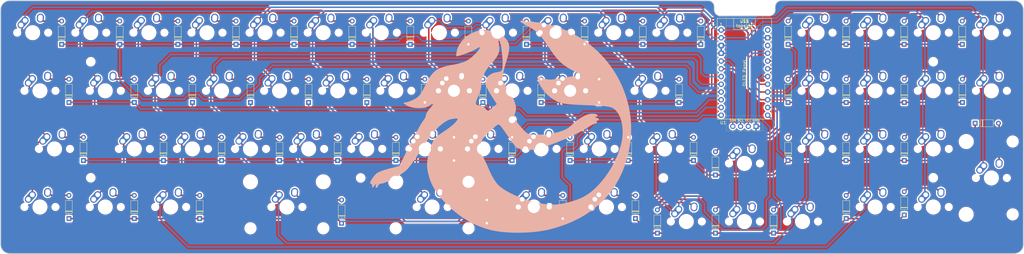
<source format=kicad_pcb>
(kicad_pcb (version 20221018) (generator pcbnew)
  (layers (0 "F.Cu" signal) (31 "B.Cu" signal) (34 "B.Paste" user) (35 "F.Paste" user) (36 "B.SilkS" user "B.Silkscreen") (37 "F.SilkS" user "F.Silkscreen") (38 "B.Mask" user) (39 "F.Mask" user) (44 "Edge.Cuts" user))
  (net 0 "")
  (net 1 "L1")
  (net 2 "Net-(D1-A)")
  (net 3 "Net-(D2-A)")
  (net 4 "Net-(D3-A)")
  (net 5 "Net-(D4-A)")
  (net 6 "Net-(D5-A)")
  (net 7 "Net-(D6-A)")
  (net 8 "Net-(D7-A)")
  (net 9 "Net-(D8-A)")
  (net 10 "L5")
  (net 11 "Net-(D9-A)")
  (net 12 "Net-(D10-A)")
  (net 13 "Net-(D11-A)")
  (net 14 "Net-(D12-A)")
  (net 15 "Net-(D13-A)")
  (net 16 "Net-(D14-A)")
  (net 17 "Net-(D15-A)")
  (net 18 "Net-(D16-A)")
  (net 19 "L2")
  (net 20 "Net-(D17-A)")
  (net 21 "Net-(D18-A)")
  (net 22 "Net-(D19-A)")
  (net 23 "Net-(D20-A)")
  (net 24 "Net-(D21-A)")
  (net 25 "Net-(D22-A)")
  (net 26 "Net-(D23-A)")
  (net 27 "Net-(D24-A)")
  (net 28 "L6")
  (net 29 "Net-(D25-A)")
  (net 30 "Net-(D26-A)")
  (net 31 "Net-(D27-A)")
  (net 32 "Net-(D28-A)")
  (net 33 "Net-(D29-A)")
  (net 34 "Net-(D30-A)")
  (net 35 "Net-(D31-A)")
  (net 36 "L3")
  (net 37 "Net-(D32-A)")
  (net 38 "Net-(D33-A)")
  (net 39 "Net-(D34-A)")
  (net 40 "Net-(D35-A)")
  (net 41 "Net-(D36-A)")
  (net 42 "Net-(D37-A)")
  (net 43 "Net-(D38-A)")
  (net 44 "Net-(D39-A)")
  (net 45 "L7")
  (net 46 "Net-(D40-A)")
  (net 47 "Net-(D41-A)")
  (net 48 "Net-(D42-A)")
  (net 49 "Net-(D43-A)")
  (net 50 "Net-(D44-A)")
  (net 51 "Net-(D45-A)")
  (net 52 "Net-(D46-A)")
  (net 53 "Net-(D47-A)")
  (net 54 "L4")
  (net 55 "Net-(D48-A)")
  (net 56 "Net-(D49-A)")
  (net 57 "Net-(D50-A)")
  (net 58 "Net-(D51-A)")
  (net 59 "Net-(D52-A)")
  (net 60 "Net-(D53-A)")
  (net 61 "L8")
  (net 62 "Net-(D54-A)")
  (net 63 "Net-(D55-A)")
  (net 64 "Net-(D56-A)")
  (net 65 "Net-(D57-A)")
  (net 66 "Net-(D58-A)")
  (net 67 "Net-(D59-A)")
  (net 68 "GND")
  (net 69 "VCC")
  (net 70 "SCL")
  (net 71 "SDA")
  (net 72 "C1")
  (net 73 "C2")
  (net 74 "C3")
  (net 75 "C4")
  (net 76 "C5")
  (net 77 "C6")
  (net 78 "C7")
  (net 79 "C8")
  (footprint "Diode_THT:D_DO-35_SOD27_P7.62mm_Horizontal" (layer "F.Cu") (at 152.8275 160.9537 90)
    (fp_text reference "D36" hide)
    (fp_text value "1N4148" hide)
  )
  (footprint "Diode_THT:D_DO-35_SOD27_P7.62mm_Horizontal" (layer "F.Cu") (at 300.51 141.9037 90)
    (fp_text reference "D28" hide)
    (fp_text value "1N4148" hide)
  )
  (footprint "_mx:MX-Alps-Hybrid-1U" (layer "F.Cu") (at 224.2875 119.0437)
    (fp_text reference "MX10")
    (fp_text value "MX")
  )
  (footprint "Diode_THT:D_DO-35_SOD27_P7.62mm_Horizontal" (layer "F.Cu") (at 300.51 160.9537 90)
    (fp_text reference "D44" hide)
    (fp_text value "1N4148" hide)
  )
  (footprint "_mx:MX-Alps-Hybrid-1U" (layer "F.Cu") (at 267.15 180.9562)
    (fp_text reference "MX55")
    (fp_text value "MX")
  )
  (footprint "_mx:MX-Alps-Hybrid-1U" (layer "F.Cu") (at 262.3875 119.0437)
    (fp_text reference "MX12")
    (fp_text value "MX")
  )
  (footprint "_mx:MX-Alps-Hybrid-1U" (layer "F.Cu") (at 219.525 157.1437)
    (fp_text reference "MX40")
    (fp_text value "MX")
  )
  (footprint "_mx:MX-Alps-Hybrid-1U" (layer "F.Cu") (at 243.3375 119.0437)
    (fp_text reference "MX11")
    (fp_text value "MX")
  )
  (footprint "_mx:MX-Alps-Hybrid-1U" (layer "F.Cu") (at 305.25 180.9562)
    (fp_text reference "MX57")
    (fp_text value "MX")
  )
  (footprint "_mx:MX-Alps-Hybrid-1.25U" (layer "F.Cu") (at 240.9563 176.1937)
    (fp_text reference "MX54")
    (fp_text value "MX")
  )
  (footprint "Diode_THT:D_DO-35_SOD27_P7.62mm_Horizontal" (layer "F.Cu") (at 319.56 141.9037 90)
    (fp_text reference "D29" hide)
    (fp_text value "1N4148" hide)
  )
  (footprint "_mx:MX-Alps-Hybrid-1.25U" (layer "F.Cu") (at 98.0813 176.1937)
    (fp_text reference "MX50")
    (fp_text value "MX")
  )
  (footprint "Diode_THT:D_DO-35_SOD27_P7.62mm_Horizontal" (layer "F.Cu") (at 86.1525 180.0037 90)
    (fp_text reference "D49" hide)
    (fp_text value "1N4148" hide)
  )
  (footprint "_mx:MX-Alps-Hybrid-1U" (layer "F.Cu") (at 367.1625 138.0937)
    (fp_text reference "MX31")
    (fp_text value "MX")
  )
  (footprint "_mx:MX-Alps-Hybrid-1U" (layer "F.Cu") (at 367.1625 119.0437)
    (fp_text reference "MX16")
    (fp_text value "MX")
  )
  (footprint "Diode_THT:D_DO-35_SOD27_P7.62mm_Horizontal" (layer "F.Cu") (at 154.1218 181.5037 90)
    (fp_text reference "D51" hide)
    (fp_text value "1N4148" hide)
  )
  (footprint "Diode_THT:D_DO-35_SOD27_P7.62mm_Horizontal" (layer "F.Cu") (at 133.7775 160.9537 90)
    (fp_text reference "D35" hide)
    (fp_text value "1N4148" hide)
  )
  (footprint "_mx:MX-Alps-Hybrid-1U" (layer "F.Cu") (at 190.95 138.0937)
    (fp_text reference "MX24")
    (fp_text value "MX")
  )
  (footprint "_mx:MX-Alps-Hybrid-1U" (layer "F.Cu") (at 238.575 157.1437)
    (fp_text reference "MX41")
    (fp_text value "MX")
  )
  (footprint "_mx:MX-Alps-Hybrid-1U" (layer "F.Cu") (at 76.65 138.0937)
    (fp_text reference "MX18")
    (fp_text value "MX")
  )
  (footprint "Diode_THT:D_DO-35_SOD27_P7.62mm_Horizontal" (layer "F.Cu") (at 338.565 122.8537 90)
    (fp_text reference "D15" hide)
    (fp_text value "1N4148" hide)
  )
  (footprint "_mx:MX-Alps-Hybrid-1U" (layer "F.Cu") (at 348.1125 119.0437)
    (fp_text reference "MX15")
    (fp_text value "MX")
  )
  (footprint "MountingHole:MountingHole_2.2mm_M2" (layer "F.Cu") (at 210 147.61875)
    (fp_text reference "H4" hide)
    (fp_text value "MountingHole" hide)
  )
  (footprint "Diode_THT:D_DO-35_SOD27_P7.62mm_Horizontal" (layer "F.Cu") (at 319.515 160.9537 90)
    (fp_text reference "D45" hide)
    (fp_text value "1N4148" hide)
  )
  (footprint "Diode_THT:D_DO-35_SOD27_P7.62mm_Horizontal" (layer "F.Cu") (at 195.69 122.8537 90)
    (fp_text reference "D8" hide)
    (fp_text value "1N4148" hide)
  )
  (footprint "Diode_THT:D_DO-35_SOD27_P7.62mm_Horizontal" (layer "F.Cu") (at 276.6975 184.7662 90)
    (fp_text reference "D56" hide)
    (fp_text value "1N4148" hide)
  )
  (footprint "_mx:MX-Alps-Hybrid-1U" (layer "F.Cu") (at 310.0125 138.0937)
    (fp_text reference "MX28")
    (fp_text value "MX")
  )
  (footprint "Diode_THT:D_DO-35_SOD27_P7.62mm_Horizontal" (layer "F.Cu") (at 248.0775 160.9537 90)
    (fp_text reference "D41" hide)
    (fp_text value "1N4148" hide)
  )
  (footprint "_mx:MX-Alps-Hybrid-1U" (layer "F.Cu") (at 329.0625 138.0937)
    (fp_text reference "MX29")
    (fp_text value "MX")
  )
  (footprint "_mx:MX-Alps-Hybrid-1.25U" (layer "F.Cu") (at 55.2188 138.0937)
    (fp_text reference "MX17")
    (fp_text value "MX")
  )
  (footprint "Diode_THT:D_DO-35_SOD27_P7.62mm_Horizontal" (layer "F.Cu") (at 319.515 122.8537 90)
    (fp_text reference "D14" hide)
    (fp_text value "1N4148" hide)
  )
  (footprint "_mx:MX-Alps-Hybrid-1U" (layer "F.Cu") (at 200.475 157.1437)
    (fp_text reference "MX39")
    (fp_text value "MX")
  )
  (footprint "Diode_THT:D_DO-35_SOD27_P7.62mm_Horizontal" (layer "F.Cu") (at 271.89 122.8537 90)
    (fp_text reference "D12" hide)
    (fp_text value "1N4148" hide)
  )
  (footprint "Diode_THT:D_DO-35_SOD27_P7.62mm_Horizontal" (layer "F.Cu") (at 138.54 122.8537 90)
    (fp_text reference "D5" hide)
    (fp_text value "1N4148" hide)
  )
  (footprint "_mx:MX-Alps-Hybrid-1U" (layer "F.Cu") (at 152.85 138.0937)
    (fp_text reference "MX22")
    (fp_text value "MX")
  )
  (footprint "_mx:MX-Alps-Hybrid-1U" (layer "F.Cu") (at 329.0625 176.1937)
    (fp_text reference "MX58")
    (fp_text value "MX")
  )
  (footprint "MountingHole:MountingHole_2.2mm_M2" (layer "F.Cu") (at 348.1125 128.568751)
    (fp_text reference "H5" hide)
    (fp_text value "MountingHole" hide)
  )
  (footprint "Diode_THT:D_DO-35_SOD27_P7.62mm_Horizontal" (layer "F.Cu") (at 300.51 122.8537 90)
    (fp_text reference "D13" hide)
    (fp_text value "1N4148" hide)
  )
  (footprint "Diode_THT:D_DO-35_SOD27_P7.62mm_Horizontal" (layer "F.Cu") (at 361.8525 148.7282)
    (fp_text reference "D47" hide)
    (fp_text value "1N4148" hide)
  )
  (footprint "Diode_THT:D_DO-35_SOD27_P7.62mm_Horizontal" (layer "F.Cu") (at 338.61 141.9037 90)
    (fp_text reference "D30" hide)
    (fp_text value "1N4148" hide)
  )
  (footprint "_mx:MX-Alps-Hybrid-1U" (layer "F.Cu") (at 109.9875 119.0437)
    (fp_text reference "MX4")
    (fp_text value "MX")
  )
  (footprint "_mx:MX-Alps-Hybrid-1U" (layer "F.Cu") (at 124.275 157.1437)
    (fp_text reference "MX35")
    (fp_text value "MX")
  )
  (footprint "Diode_THT:D_DO-35_SOD27_P7.62mm_Horizontal" (layer "F.Cu") (at 264.7463 141.9037 90)
    (fp_text reference "D27" hide)
    (fp_text value "1N4148" hide)
  )
  (footprint "Diode_THT:D_DO-35_SOD27_P7.62mm_Horizontal" (layer "F.Cu") (at 295.7475 184.7662 90)
    (fp_text reference "D57" hide)
    (fp_text value "1N4148" hide)
  )
  (footprint "Diode_THT:D_DO-35_SOD27_P7.62mm_Horizontal" (layer "F.Cu") (at 95.7225 160.9537 90)
    (fp_text reference "D33" hide)
    (fp_text value "1N4148" hide)
  )
  (footprint "Diode_THT:D_DO-35_SOD27_P7.62mm_Horizontal" (layer "F.Cu") (at 319.56 180.0037 90)
    (fp_text reference "D58" hide)
    (fp_text value "1N4148" hide)
  )
  (footprint "Diode_THT:D_DO-35_SOD27_P7.62mm_Horizontal" (layer "F.Cu") (at 124.2525 141.9037 90)
    (fp_text reference "D20" hide)
    (fp_text value "1N4148" hide)
  )
  (footprint "Diode_THT:D_DO-35_SOD27_P7.62mm_Horizontal" (layer "F.Cu") (at 100.44 122.8537 90)
    (fp_text reference "D3" hide)
    (fp_text value "1N4148" hide)
  )
  (footprint "Diode_THT:D_DO-35_SOD27_P7.62mm_Horizontal" (layer "F.Cu") (at 157.59 122.8537 90)
    (fp_text reference "D6" hide)
    (fp_text value "1N4148" hide)
  )
  (footprint "Diode_THT:D_DO-35_SOD27_P7.62mm_Horizontal" (layer "F.Cu") (at 357.615 122.8537 90)
    (fp_text reference "D16" hide)
    (fp_text value "1N4148" hide)
  )
  (footprint "_mx:MX-Alps-Hybrid-2.25U-ReversedStabilizers" (layer "F.Cu") (at 183.8063 176.1937)
    (fp_text reference "MX52")
    (fp_text value "MX")
  )
  (footprint "Diode_THT:D_DO-35_SOD27_P7.62mm_Horizontal" (layer "F.Cu") (at 250.4588 180.0037 90)
    (fp_text reference "D54" hide)
    (fp_text value "1N4148" hide)
  )
  (footprint "_mx:MX-Alps-Hybrid-1U" (layer "F.Cu") (at 133.8 138.0937)
    (fp_text reference "MX21")
    (fp_text value "MX")
  )
  (footprint "_mx:MX-Alps-Hybrid-1U" (layer "F.Cu") (at 90.9375 119.0437)
    (fp_text reference "MX3")
    (fp_text value "MX")
  )
  (footprint "Diode_THT:D_DO-35_SOD27_P7.62mm_Horizontal" (layer "F.Cu") (at 62.34 122.8537 90)
    (fp_text reference "D1" hide)
    (fp_text value "1N4148" hide)
  )
  (footprint "Diode_THT:D_DO-35_SOD27_P7.62mm_Horizontal" (layer "F.Cu") (at 276.6975 165.7162 90)
    (fp_text reference "D43" hide)
    (fp_text value "1N4148" hide)
  )
  (footprint "_oled:SSD1306-0.91-OLED-4pin-128x32" (layer "F.Cu") (at 292.1975 113.2556 -90)
    (fp_text reference "J11")
    (fp_text value "Conn_01x04_Socket")
  )
  (footprint "_mx:MX-Alps-Hybrid-1U" (layer "F.Cu") (at 348.1125 157.1437)
    (fp_text reference "MX46")
    (fp_text value "MX")
  )
  (footprint "_mx:MX-Alps-Hybrid-1U" (layer "F.Cu") (at 181.425 157.1437)
    (fp_text reference "MX38")
    (fp_text value "MX")
  )
  (footprint "PCM_marbastlib-xp-promicroish:ProMicro_USBup" (layer "F.Cu") (at 286.2 132.1406)
    (fp_text reference "U1")
    (fp_text value "ProMicro")
  )
  (footprint "Diode_THT:D_DO-35_SOD27_P7.62mm_Horizontal" (layer "F.Cu") (at 219.5475 141.9037 90)
    (fp_text reference "D25" hide)
    (fp_text value "1N4148" hide)
  )
  (footprint "_mx:MX-Alps-Hybrid-1.25U" (layer "F.Cu") (at 217.1438 176.1937)
    (fp_text reference "MX53")
    (fp_text value "MX")
  )
  (footprint "_mx:MX-Alps-Hybrid-1U" (layer "F.Cu") (at 348.1125 138.0937)
    (fp_text reference "MX30")
    (fp_text value "MX")
  )
  (footprint "Diode_THT:D_DO-35_SOD27_P7.62mm_Horizontal" (layer "F.Cu") (at 176.64 122.8537 90)
    (fp_text reference "D7" hide)
    (fp_text value "1N4148" hide)
  )
  (footprint "Diode_THT:D_DO-35_SOD27_P7.62mm_Horizontal" (layer "F.Cu") (at 181.4025 141.9037 90)
    (fp_text reference "D23" hide)
    (fp_text value "1N4148" hide)
  )
  (footprint "_mx:MX-Alps-Hybrid-1U" (layer "F.Cu") (at 286.2 161.9062)
    (fp_text reference "MX43")
    (fp_text value "MX")
  )
  (footprint "Diode_THT:D_DO-35_SOD27_P7.62mm_Horizontal" (layer "F.Cu") (at 252.885 122.8537 90)
    (fp_text reference "D11" hide)
    (fp_text value "1N4148" hide)
  )
  (footprint "_mx:MX-Alps-Hybrid-1U" (layer "F.Cu") (at 186.1875 119.0437)
    (fp_text reference "MX8")
    (fp_text value "MX")
  )
  (footprint "_mx:MX-Alps-Hybrid-1.25U" (layer "F.Cu") (at 55.2188 176.1937)
    (fp_text reference "MX48")
    (fp_text value "MX")
  )
  (footprint "MountingHole:MountingHole_2.2mm_M2" (layer "F.Cu") (at 259.625 166.66875)
    (fp_text reference "H7" hide)
    (fp_text value "MountingHole" hide)
  )
  (footprint "_mx:MX-Alps-Hybrid-1.75U" (layer "F.Cu") (at 255.2438 138.0937)
    (fp_text reference "MX27")
    (fp_text value "MX")
  )
  (footprint "MountingHole:MountingHole_2.2mm_M2" (layer "F.Cu") (at 348.1125 166.623751)
    (fp_text reference "H6" hide)
    (fp_text value "MountingHole" hide)
  )
  (footprint "_mx:MX-Alps-Hybrid-1U" (layer "F.Cu") (at 205.2375 119.0437)
    (fp_text reference "MX9")
    (fp_text value "MX")
  )
  (footprint "_mx:MX-Alps-Hybrid-1.25U" (layer "F.Cu") (at 260.0063 157.1437)
    (fp_text reference "MX42")
    (fp_text value "MX")
  )
  (footprint "_mx:MX-Alps-Hybrid-1U" (layer "F.Cu") (at 310.0125 119.0437)
    (fp_text reference "MX13")
    (fp_text value "MX")
  )
  (footprint "Diode_THT:D_DO-35_SOD27_P7.62mm_Horizontal" (layer "F.Cu") (at 201.7468 181.5037 90)
    (fp_text reference "D52" hide)
    (fp_text value "1N4148" hide)
  )
  (footprint "_mx:MX-Alps-Hybrid-1U" (layer "F.Cu") (at 310.0125 157.1437)
    (fp_text reference "MX44")
    (fp_text value "MX")
  )
  (footprint "Diode_THT:D_DO-35_SOD27_P7.62mm_Horizontal" (layer "F.Cu") (at 171.9225 160.9537 90)
    (fp_text reference "D37" hide)
    (fp_text value "1N4148" hide)
  )
  (footprint "Diode_THT:D_DO-35_SOD27_P7.62mm_Horizontal" (layer "F.Cu") (at 338.5875 178.8131 90)
    (fp_text reference "D59" hide)
    (fp_text value "1N4148" hide)
  )
  (footprint "Diode_THT:D_DO-35_SOD27_P7.62mm_Horizontal" (layer "F.Cu") (at 143.3025 141.9037 90)
    (fp_text reference "D21" hide)
    (fp_text value "1N4148" hide)
  )
  (footprint "Diode_THT:D_DO-35_SOD27_P7.62mm_Horizontal" (layer "F.Cu") (at 190.9725 160.9537 90)
    (fp_text reference "D38" hide)
    (fp_text value "1N4148" hide)
  )
  (footprint "Diode_THT:D_DO-35_SOD27_P7.62mm_Horizontal" (layer "F.Cu") (at 238.5525 141.9037 90)
    (fp_text reference "D26" hide)
    (fp_text value "1N4148" hide)
  )
  (footprint "Diode_THT:D_DO-35_SOD27_P7.62mm_Horizontal" (layer "F.Cu") (at 114.7725 160.9537 90)
    (fp_text reference "D34" hide)
    (fp_text value "1N4148" hide)
  )
  (footprint "Diode_THT:D_DO-35_SOD27_P7.62mm_Horizontal" (layer "F.Cu") (at 226.6463 180.0037 90)
    (fp_text reference "D53" hide)
    (fp_text value "1N4148" hide)
  )
  (footprint "Diode_THT:D_DO-35_SOD27_P7.62mm_Horizontal" (layer "F.Cu") (at 64.7213 180.0037 90)
    (fp_text reference "D48" hide)
    (fp_text value "1N4148" hide)
  )
  (footprint "Diode_THT:D_DO-35_SOD27_P7.62mm_Horizontal" (layer "F.Cu") (at 86.1525 141.9037 90)
    (fp_text reference "D18" hide)
    (fp_text value "1N4148" hide)
  )
  (footprint "Diode_THT:D_DO-35_SOD27_P7.62mm_Horizontal" (layer "F.Cu") (at 105.2025 141.9037 90)
    (fp_text reference "D19" hide)
    (fp_text value "1N4148" hide)
  )
  (footprint "Diode_THT:D_DO-35_SOD27_P7.62mm_Horizontal" (layer "F.Cu") (at 64.7213 141.9037 90)
    (fp_text reference "D17" hide)
    (fp_text value "1N4148" hide)
  )
  (footprint "MountingHole:MountingHole_2.2mm_M2" (layer "F.Cu") (at 71.8875 128.568751)
    (fp_text reference "H1" hide)
    (fp_text value "MountingHole" hide)
  )
  (footprint "Diode_THT:D_DO-35_SOD27_P7.62mm_Horizontal" (layer "F.Cu") (at 229.0275 160.9537 90)
    (fp_text reference "D40" hide)
    (fp_text value "1N4148" hide)
  )
  (footprint "Diode_THT:D_DO-35_SOD27_P7.62mm_Horizontal" (layer "F.Cu") (at 81.39 122.8537 90)
    (fp_text reference "D2" hide)
    (fp_text value "1N4148" hide)
  )
  (footprint "MountingHole:MountingHole_2.2mm_M2" (layer "F.Cu") (at 160.375 166.66875)
    (fp_text reference "H3" hide)
    (fp_text value "MountingHole" hide)
  )
  (footprint "_mx:MX-Alps-Hybrid-1U" (layer "F.Cu") (at 76.65 176.1937)
    (fp_text reference "MX49")
    (fp_text value "MX")
  )
  (footprint "_mx:MX-Alps-Hybrid-1U" (layer "F.Cu") (at 148.0875 119.0437)
    (fp_text reference "MX6")
    (fp_text value "MX")
  )
  (footprint "Diode_THT:D_DO-35_SOD27_P7.62mm_Horizontal" (layer "F.Cu") (at 269.5088 160.9537 90)
    (fp_text reference "D42" hide)
    (fp_text value "1N4148" hide)
  )
  (footprint "Diode_THT:D_DO-35_SOD27_P7.62mm_Horizontal" (layer "F.Cu") (at 357.66 141.9037 90)
    (fp_text reference "D31" hide)
    (fp_text value "1N4148" hide)
  )
  (footprint "Diode_THT:D_DO-35_SOD27_P7.62mm_Horizontal" (layer "F.Cu") (at 119.49 122.8537 90)
    (fp_text reference "D4" hide)
    (fp_text value "1N4148" hide)
  )
  (footprint "_mx:MX-Alps-Hybrid-1U" (layer "F.Cu") (at 143.325 157.1437)
    (fp_text reference "MX36")
    (fp_text value "MX")
  )
  (footprint "Diode_THT:D_DO-35_SOD27_P7.62mm_Horizontal" (layer "F.Cu") (at 162.3975 141.9037 90)
    (fp_text reference "D22" hide)
    (fp_text value "1N4148" hide)
  )
  (footprint "_mx:MX-Alps-Hybrid-1U" (layer "F.Cu") (at 114.75 138.0937)
    (fp_text reference "MX20")
    (fp_text value "MX")
  )
  (footprint "Diode_THT:D_DO-35_SOD27_P7.62mm_Horizontal" (layer "F.Cu") (at 69.4838 160.9537 90)
    (fp_text reference "D32" hide)
    (fp_text value "1N4148" hide)
  )
  (footprint "Diode_THT:D_DO-35_SOD27_P7.62mm_Horizontal" (layer "F.Cu") (at 107.5838 180.0037 90)
    (fp_text reference "D50" hide)
    (fp_text value "1N4148" hide)
  )
  (footprint "_mx:MX-Alps-Hybrid-1U" (layer "F.Cu") (at 229.05 138.0937)
    (fp_text reference "MX26")
    (fp_text value "MX")
  )
  (footprint "_mx:MX-Alps-Hybrid-2U-Vertical" (layer "F.Cu") (at 367.1625 166.6687)
    (fp_text reference "MX47")
    (fp_text value "MX")
  )
  (footprint "_mx:MX-Alps-Hybrid-1.75U" (layer "F.Cu") (at 59.9813 157.1437)
    (fp_text reference "MX32")
    (fp_text value "MX")
  )
  (footprint "_mx:MX-Alps-Hybrid-1U" (layer "F.Cu") (at 167.1375 119.0437)
    (fp_text reference "MX7")
    (fp_text value "MX")
  )
  (footprint "_mx:MX-Alps-Hybrid-1U" (layer "F.Cu") (at 329.0625 157.1437)
    (fp_text reference "MX45")
    (fp_text value "MX")
  )
  (footprint "_mx:MX-Alps-Hybrid-1U" (layer "F.Cu") (at 162.375 157.1437)
    (fp_text reference "MX37")
    (fp_text value "MX")
  )
  (footprint "MountingHole:MountingHole_2.2mm_M2" (layer "F.Cu") (at 71.8875 166.623751)
    (fp_text reference "H2" hide)
    (fp_text value "MountingHole" hide)
  )
  (footprint "_mx:MX-Alps-Hybrid-1U" (layer "F.Cu") (at 52.8375 119.0437)
    (fp_text reference "MX1")
    (fp_text value "MX")
  )
  (footprint "_mx:MX-Alps-Hybrid-1U" (layer "F.Cu") (at 86.175 157.1437)
    (fp_text reference "MX33")
    (fp_text value "MX")
  )
  (footprint "Diode_THT:D_DO-35_SOD27_P7.62mm_Horizontal" (layer "F.Cu") (at 210.0225 160.9537 90)
    (fp_text reference "D39" hide)
    (fp_text value "1N4148" hide)
  )
  (footprint "_mx:MX-Alps-Hybrid-1U" (layer "F.Cu") (at 71.8875 119.0437)
    (fp_text reference "MX2")
    (fp_text value "MX")
  )
  (footprint "_mx:MX-Alps-Hybrid-1U" (layer "F.Cu") (at 171.9 138.0937)
    (fp_text reference "MX23")
    (fp_text value "MX")
  )
  (footprint "Diode_THT:D_DO-35_SOD27_P7.62mm_Horizontal" (layer "F.Cu") (at 200.4525 141.9037 90)
    (fp_text reference "D24" hide)
    (fp_text value "1N4148" hide)
  )
  (footprint "Diode_THT:D_DO-35_SOD27_P7.62mm_Horizontal" (layer "F.Cu") (at 233.79 122.8537 90)
    (fp_text reference "D10" hide)
    (fp_text value "1N4148" hide)
  )
  (footprint "_mx:MX-Alps-Hybrid-1U" (layer "F.Cu") (at 210 138.0937)
    (fp_text reference "MX25")
    (fp_text value "MX")
  )
  (footprint "_mx:MX-Alps-Hybrid-1U" (layer "F.Cu") (at 129.0375 119.0437)
    (fp_text reference "MX5")
    (fp_text value "MX")
  )
  (footprint "_mx:MX-Alps-Hybrid-1U" (layer "F.Cu") (at 105.225 157.1437)
    (fp_text reference "MX34")
    (fp_text value "MX")
  )
  (footprint "_mx:MX-Alps-Hybrid-1U" (layer "F.Cu") (at 286.2 180.9562)
    (fp_text reference "MX56")
    (fp_text value "MX")
  )
  (footprint "Diode_THT:D_DO-35_SOD27_P7.62mm_Horizontal" (layer "F.Cu") (at 214.74 122.8537 90)
    (fp_text reference "D9" hide)
    (fp_text value "1N4148" hide)
  )
  (footprint "_mx:MX-Alps-Hybrid-2.75U-ReversedStabilizers" (layer "F.Cu") (at 136.1813 176.1937)
    (fp_text reference "MX51")
    (fp_text value "MX")
  )
  (footprint "Diode_THT:D_DO-35_SOD27_P7.62mm_Horizontal" (layer "F.Cu") (at 338.61 160.9537 90)
    (fp_text reference "D46" hide)
    (fp_text value "1N4148" hide)
  )
  (footprint "Diode_THT:D_DO-35_SOD27_P7.62mm_Horizontal" (layer "F.Cu") (at 257.6475 184.7662 90)
    (fp_text reference "D55" hide)
    (fp_text value "1N4148" hide)
  )
  (footprint "_mx:MX-Alps-Hybrid-1U" (layer "F.Cu") (at 329.0625 119.0437)
    (fp_text reference "MX14")
    (fp_text value "MX")
  )
  (footprint "_mx:MX-Alps-Hybrid-1U" (layer "F.Cu") (at 348.1125 176.1937)
    (fp_text reference "MX59")
    (fp_text value "MX")
  )
  (footprint "_mx:MX-Alps-Hybrid-1U" (layer "F.Cu") (at 95.7 138.0937)
    (fp_text reference "MX19")
    (fp_text value "MX")
  )
  (gr_poly (pts (xy 213.496771 115.075034) (xy 213.632513 115.078937) (xy 213.782784 115.086478) (xy 213.948202 115.097704) (xy 214.129383 115.112662) (xy 214.326945 115.131397) (xy 214.773683 115.18039) (xy 215.293354 115.245055) (xy 215.890897 115.325766) (xy 216.571251 115.422895) (xy 217.339354 115.536817) (xy 218.200147 115.667903) (xy 219.158568 115.816528) (xy 221.004106 116.154267) (xy 222.809264 116.583188) (xy 224.572055 117.10044) (xy 226.290495 117.703173) (xy 227.962597 118.388536) (xy 229.586377 119.153678) (xy 231.159848 119.995749) (xy 232.681025 120.911896) (xy 234.147922 121.899271) (xy 235.558554 122.955022) (xy 236.910934 124.076298) (xy 238.203079 125.260248) (xy 239.433001 126.504023) (xy 240.598715 127.80477) (xy 241.698236 129.159639) (xy 242.729579 130.56578) (xy 243.690756 132.020342) (xy 244.579784 133.520473) (xy 245.394676 135.063324) (xy 246.133446 136.646043) (xy 246.79411 138.265779) (xy 247.374681 139.919682) (xy 247.873173 141.604902) (xy 248.287603 143.318587) (xy 248.615982 145.057886) (xy 248.856327 146.819949) (xy 249.006652 148.601925) (xy 249.06497 150.400964) (xy 249.029296 152.214213) (xy 248.897645 154.038824) (xy 248.668032 155.871944) (xy 248.338469 157.710724) (xy 247.750382 160.159994) (xy 247.020534 162.502663) (xy 246.150004 164.73765) (xy 245.139872 166.86388) (xy 243.991215 168.880272) (xy 242.705114 170.78575) (xy 241.282647 172.579235) (xy 239.724894 174.259648) (xy 238.032934 175.825913) (xy 236.207845 177.276949) (xy 234.250707 178.61168) (xy 232.162599 179.829027) (xy 229.9446 180.927912) (xy 227.597789 181.907257) (xy 225.123245 182.765984) (xy 222.522048 183.503014) (xy 221.424947 183.756147) (xy 220.260845 183.977657) (xy 219.040301 184.167438) (xy 217.773877 184.325384) (xy 216.472135 184.45139) (xy 215.145634 184.545351) (xy 213.804936 184.607161) (xy 212.460601 184.636715) (xy 211.123192 184.633908) (xy 209.803269 184.598634) (xy 208.511392 184.530788) (xy 207.258123 184.430264) (xy 206.054023 184.296958) (xy 204.909652 184.130763) (xy 203.835573 183.931575) (xy 202.842345 183.699288) (xy 202.842343 183.69929) (xy 202.842342 183.699293) (xy 202.84234 183.699296) (xy 202.842338 183.699299) (xy 202.842336 183.699301) (xy 202.842334 183.699304) (xy 202.842332 183.699306) (xy 202.84233 183.699309) (xy 202.842328 183.699311) (xy 202.842325 183.699312) (xy 202.842323 183.699314) (xy 202.842321 183.699315) (xy 202.842319 183.699317) (xy 202.842318 183.699317) (xy 202.842317 183.699318) (xy 202.842316 183.699318) (xy 202.842315 183.699318) (xy 202.842314 183.699318) (xy 201.750666 183.392566) (xy 200.681365 183.050308) (xy 199.633401 182.671916) (xy 198.605766 182.256766) (xy 197.597451 181.804232) (xy 196.607447 181.313688) (xy 195.634746 180.784509) (xy 194.678339 180.216069) (xy 193.737216 179.607743) (xy 192.810369 178.958904) (xy 191.89679 178.268928) (xy 190.995469 177.537189) (xy 190.105397 176.76306) (xy 189.225567 175.945917) (xy 188.354968 175.085134) (xy 187.492592 174.180084) (xy 186.981834 173.614877) (xy 186.500957 173.054454) (xy 186.049111 172.497245) (xy 185.625446 171.941679) (xy 185.229111 171.386184) (xy 184.859254 170.829189) (xy 184.515026 170.269123) (xy 184.195574 169.704415) (xy 183.90005 169.133495) (xy 183.627601 168.55479) (xy 183.377377 167.966731) (xy 183.148528 167.367744) (xy 182.940201 166.756261) (xy 182.751548 166.130709) (xy 182.581716 165.489518) (xy 182.429856 164.831116) (xy 182.339013 164.374732) (xy 182.265393 163.929505) (xy 182.20937 163.491816) (xy 182.171315 163.058046) (xy 182.151601 162.624579) (xy 182.150599 162.187794) (xy 182.168683 161.744074) (xy 182.206224 161.289801) (xy 182.263594 160.821355) (xy 182.341167 160.33512) (xy 182.439313 159.827476) (xy 182.558406 159.294805) (xy 182.698818 158.733488) (xy 182.86092 158.139908) (xy 183.045086 157.510446) (xy 183.251687 156.841484) (xy 183.4165 156.335062) (xy 183.57884 155.873423) (xy 183.74345 155.451039) (xy 183.91507 155.06238) (xy 184.098442 154.701918) (xy 184.298309 154.364123) (xy 184.51941 154.043468) (xy 184.76649 153.734423) (xy 185.044288 153.431459) (xy 185.357547 153.129048) (xy 185.711008 152.82166) (xy 186.109413 152.503766) (xy 186.557504 152.169839) (xy 187.060022 151.814349) (xy 187.621709 151.431766) (xy 188.247307 151.016564) (xy 188.697711 150.713306) (xy 189.130311 150.40801) (xy 189.542822 150.102976) (xy 189.932956 149.8005) (xy 190.298428 149.502882) (xy 190.636952 149.212419) (xy 190.946242 148.93141) (xy 191.22401 148.662153) (xy 191.467972 148.406947) (xy 191.67584 148.168089) (xy 191.845329 147.947878) (xy 191.974152 147.748612) (xy 192.060023 147.572589) (xy 192.086138 147.494012) (xy 192.100657 147.422108) (xy 192.103295 147.357163) (xy 192.093766 147.299466) (xy 192.071784 147.249303) (xy 192.037064 147.206963) (xy 192.027382 147.200349) (xy 192.013534 147.194585) (xy 191.973807 147.185565) (xy 191.918806 147.179822) (xy 191.849457 147.177274) (xy 191.766682 147.177839) (xy 191.671405 147.181438) (xy 191.564552 147.187989) (xy 191.447045 147.19741) (xy 191.319809 147.20962) (xy 191.183768 147.224539) (xy 190.888965 147.262177) (xy 190.570029 147.309673) (xy 190.234353 147.366379) (xy 189.969122 147.423203) (xy 189.697485 147.499891) (xy 189.419762 147.596123) (xy 189.136273 147.711579) (xy 188.847336 147.845941) (xy 188.553271 147.998887) (xy 187.951036 148.359259) (xy 187.332123 148.790136) (xy 186.699086 149.288963) (xy 186.054482 149.853183) (xy 185.400867 150.480239) (xy 184.740795 151.167574) (xy 184.076822 151.912631) (xy 183.411503 152.712854) (xy 182.747395 153.565686) (xy 182.087052 154.46857) (xy 181.43303 155.418949) (xy 180.787885 156.414266) (xy 180.154172 157.451965) (xy 179.533125 158.471393) (xy 178.880366 159.491469) (xy 178.21543 160.484932) (xy 177.557849 161.424518) (xy 176.927156 162.282965) (xy 176.342885 163.03301) (xy 175.824569 163.647392) (xy 175.596248 163.895189) (xy 175.39174 164.098847) (xy 175.02115 164.423174) (xy 174.580171 164.767949) (xy 174.079539 165.127464) (xy 173.529994 165.496009) (xy 172.942272 165.867876) (xy 172.327111 166.237357) (xy 171.695249 166.598742) (xy 171.057424 166.946324) (xy 170.424372 167.274392) (xy 169.806831 167.57724) (xy 169.21554 167.849158) (xy 168.661235 168.084437) (xy 168.154655 168.27737) (xy 167.706536 168.422247) (xy 167.327617 168.513359) (xy 167.028635 168.544998) (xy 166.995517 168.545899) (xy 166.962134 168.54857) (xy 166.928546 168.552968) (xy 166.894809 168.559049) (xy 166.860982 168.566769) (xy 166.827122 168.576083) (xy 166.759538 168.59932) (xy 166.692518 168.628405) (xy 166.626528 168.662986) (xy 166.562029 168.70271) (xy 166.499485 168.747225) (xy 166.439359 168.796177) (xy 166.382115 168.849213) (xy 166.328215 168.905981) (xy 166.278124 168.966127) (xy 166.232303 169.029298) (xy 166.191217 169.095142) (xy 166.155329 169.163306) (xy 166.139479 169.198148) (xy 166.125101 169.233437) (xy 166.089122 169.321332) (xy 166.051243 169.402935) (xy 166.011729 169.478283) (xy 165.970847 169.547417) (xy 165.92886 169.610375) (xy 165.886034 169.667197) (xy 165.842635 169.717921) (xy 165.798927 169.762587) (xy 165.755175 169.801234) (xy 165.711646 169.833901) (xy 165.668603 169.860627) (xy 165.626313 169.881451) (xy 165.58504 169.896412) (xy 165.545049 169.90555) (xy 165.506606 169.908903) (xy 165.469976 169.90651) (xy 165.435424 169.898412) (xy 165.403216 169.884646) (xy 165.373615 169.865252) (xy 165.346888 169.84027) (xy 165.3233 169.809737) (xy 165.303116 169.773694) (xy 165.286601 169.732179) (xy 165.27402 169.685231) (xy 165.265639 169.63289) (xy 165.261722 169.575195) (xy 165.262535 169.512185) (xy 165.268342 169.443898) (xy 165.279411 169.370375) (xy 165.296004 169.291654) (xy 165.318388 169.207774) (xy 165.346827 169.118775) (xy 165.385289 169.004369) (xy 165.416167 168.905832) (xy 165.439168 168.823235) (xy 165.454 168.756653) (xy 165.45826 168.72939) (xy 165.460369 168.706157) (xy 165.460288 168.686966) (xy 165.457981 168.671823) (xy 165.453413 168.660739) (xy 165.446545 168.653722) (xy 165.437342 168.650783) (xy 165.425767 168.651929) (xy 165.411783 168.65717) (xy 165.395354 168.666516) (xy 165.376443 168.679975) (xy 165.355013 168.697557) (xy 165.30445 168.745125) (xy 165.243373 168.809294) (xy 165.171489 168.890136) (xy 165.088504 168.987725) (xy 164.994125 169.102134) (xy 164.88806 169.233437) (xy 164.771245 169.378063) (xy 164.667271 169.503824) (xy 164.575385 169.610835) (xy 164.494833 169.699211) (xy 164.424861 169.769067) (xy 164.393607 169.797086) (xy 164.364715 169.820518) (xy 164.338092 169.839377) (xy 164.313642 169.853679) (xy 164.291272 169.863437) (xy 164.270888 169.868666) (xy 164.252395 169.86938) (xy 164.235698 169.865593) (xy 164.220705 169.857321) (xy 164.20732 169.844577) (xy 164.19545 169.827376) (xy 164.184999 169.805731) (xy 164.175874 169.779659) (xy 164.167981 169.749172) (xy 164.161226 169.714286) (xy 164.155513 169.675014) (xy 164.146841 169.583372) (xy 164.141211 169.474362) (xy 164.137869 169.348099) (xy 164.133756 169.266281) (xy 164.124847 169.186756) (xy 164.111396 169.109938) (xy 164.093655 169.036237) (xy 164.071879 168.966066) (xy 164.046319 168.899836) (xy 164.01723 168.837959) (xy 163.984864 168.780847) (xy 163.949475 168.728911) (xy 163.911315 168.682565) (xy 163.870638 168.642219) (xy 163.849435 168.624424) (xy 163.827697 168.608285) (xy 163.805457 168.593851) (xy 163.782745 168.581174) (xy 163.759594 168.570307) (xy 163.736035 168.5613) (xy 163.7121 168.554205) (xy 163.68782 168.549074) (xy 163.663228 168.545957) (xy 163.638354 168.544907) (xy 163.579034 168.537009) (xy 163.533305 168.513886) (xy 163.500635 168.476399) (xy 163.48049 168.425404) (xy 163.47234 168.36176) (xy 163.475649 168.286327) (xy 163.489887 168.199961) (xy 163.514519 168.103523) (xy 163.549013 167.99787) (xy 163.592837 167.88386) (xy 163.706341 167.634207) (xy 163.850769 167.361431) (xy 164.021859 167.072399) (xy 164.215348 166.77398) (xy 164.426975 166.473042) (xy 164.652476 166.176452) (xy 164.88759 165.891078) (xy 165.128055 165.623788) (xy 165.369608 165.381449) (xy 165.489461 165.271783) (xy 165.607988 165.170931) (xy 165.724655 165.07975) (xy 165.83893 164.9991) (xy 165.959532 164.925465) (xy 166.108072 164.845991) (xy 166.282448 164.761426) (xy 166.480554 164.672518) (xy 166.939544 164.484667) (xy 167.468209 164.288427) (xy 168.049715 164.089785) (xy 168.66723 163.894727) (xy 169.30392 163.709241) (xy 169.942953 163.539314) (xy 173.019777 162.762825) (xy 176.489294 155.833626) (xy 177.90585 153.066442) (xy 179.198048 150.654328) (xy 179.752916 149.662441) (xy 180.223178 148.856544) (xy 180.590995 148.269044) (xy 180.838528 147.93235) (xy 180.92849 147.828592) (xy 181.016613 147.71846) (xy 181.102412 147.602919) (xy 181.185403 147.482936) (xy 181.265098 147.359477) (xy 181.341014 147.233506) (xy 181.412663 147.105991) (xy 181.479562 146.977898) (xy 181.541224 146.850191) (xy 181.597163 146.723838) (xy 181.646895 146.599804) (xy 181.689934 146.479055) (xy 181.725794 146.362557) (xy 181.75399 146.251275) (xy 181.774036 146.146177) (xy 181.785447 146.048227) (xy 181.79913 145.948179) (xy 181.82585 145.836929) (xy 181.864897 145.715649) (xy 181.915561 145.585513) (xy 181.97713 145.447694) (xy 182.048894 145.303365) (xy 182.130143 145.153698) (xy 182.220167 144.999868) (xy 182.318255 144.843048) (xy 182.423697 144.684409) (xy 182.535782 144.525126) (xy 182.6538 144.366371) (xy 182.77704 144.209317) (xy 182.904792 144.055138) (xy 183.036346 143.905007) (xy 183.170991 143.760096) (xy 183.409389 143.503507) (xy 183.60998 143.271765) (xy 183.773281 143.065676) (xy 183.89981 142.886043) (xy 183.949446 142.8064) (xy 183.990084 142.733673) (xy 184.021787 142.667963) (xy 184.044621 142.609369) (xy 184.058649 142.557994) (xy 184.063938 142.513937) (xy 184.06055 142.477299) (xy 184.048552 142.448181) (xy 184.028008 142.426683) (xy 183.998982 142.412907) (xy 183.961539 142.406951) (xy 183.915744 142.408918) (xy 183.861661 142.418907) (xy 183.799356 142.43702) (xy 183.728893 142.463357) (xy 183.650336 142.498018) (xy 183.56375 142.541104) (xy 183.4692 142.592716) (xy 183.256467 142.721919) (xy 183.012654 142.886433) (xy 182.738278 143.087061) (xy 182.603329 143.17925) (xy 182.451933 143.264659) (xy 182.285119 143.343321) (xy 182.103916 143.41527) (xy 181.702463 143.539168) (xy 181.255809 143.636624) (xy 180.772189 143.707913) (xy 180.259838 143.753305) (xy 179.72699 143.773075) (xy 179.181882 143.767494) (xy 178.632749 143.736836) (xy 178.087825 143.681374) (xy 177.555346 143.601379) (xy 177.043546 143.497126) (xy 176.560662 143.368886) (xy 176.114927 143.216932) (xy 175.714578 143.041537) (xy 175.533996 142.945134) (xy 175.367849 142.842974) (xy 175.17176 142.711699) (xy 174.999132 142.592907) (xy 174.849666 142.486038) (xy 174.723064 142.390535) (xy 174.619028 142.305842) (xy 174.53726 142.231399) (xy 174.504633 142.197847) (xy 174.477462 142.166649) (xy 174.468728 142.15504) (xy 198.156217 142.15504) (xy 198.156655 142.245443) (xy 198.164375 142.328217) (xy 198.179391 142.40364) (xy 198.201715 142.47199) (xy 198.23136 142.533545) (xy 198.26834 142.58858) (xy 198.312668 142.637375) (xy 198.364356 142.680205) (xy 198.423418 142.71735) (xy 198.489867 142.749085) (xy 198.563716 142.775689) (xy 198.733666 142.814613) (xy 198.933372 142.836339) (xy 199.16294 142.843088) (xy 199.276888 142.847851) (xy 199.396097 142.861824) (xy 199.519589 142.884537) (xy 199.646387 142.91552) (xy 199.775512 142.954302) (xy 199.905988 143.000412) (xy 200.036836 143.05338) (xy 200.16708 143.112734) (xy 200.29574 143.178005) (xy 200.42184 143.248721) (xy 200.544402 143.324412) (xy 200.662448 143.404608) (xy 200.775001 143.488837) (xy 200.881082 143.576629) (xy 200.979715 143.667513) (xy 201.069922 143.761019) (xy 201.252894 143.961621) (xy 201.4167 144.135033) (xy 201.49254 144.211446) (xy 201.564936 144.280948) (xy 201.63434 144.343499) (xy 201.7012 144.399061) (xy 201.765965 144.447596) (xy 201.829087 144.489067) (xy 201.891013 144.523434) (xy 201.952195 144.55066) (xy 202.01308 144.570707) (xy 202.074119 144.583535) (xy 202.135762 144.589108) (xy 202.198458 144.587387) (xy 202.262657 144.578334) (xy 202.328808 144.56191) (xy 202.397361 144.538078) (xy 202.468765 144.506799) (xy 202.54347 144.468035) (xy 202.621926 144.421748) (xy 202.704582 144.367899) (xy 202.791887 144.306451) (xy 202.884293 144.237366) (xy 202.982247 144.160605) (xy 203.1966 143.983902) (xy 203.438544 143.776038) (xy 203.711676 143.536707) (xy 203.711539 143.536722) (xy 204.976401 142.423502) (xy 203.137831 139.578898) (xy 202.944473 139.273244) (xy 202.75793 138.965533) (xy 202.408415 138.350985) (xy 202.095534 137.749356) (xy 201.825534 137.174747) (xy 201.708565 136.901981) (xy 201.604659 136.641257) (xy 201.514597 136.39434) (xy 201.439158 136.16299) (xy 201.379125 135.94897) (xy 201.335277 135.754044) (xy 201.308396 135.579974) (xy 201.299262 135.428522) (xy 201.303388 135.266425) (xy 201.315695 135.106895) (xy 201.336077 134.950033) (xy 201.36443 134.795936) (xy 201.400646 134.644704) (xy 201.44462 134.496436) (xy 201.496247 134.351229) (xy 201.55542 134.209184) (xy 201.622035 134.070398) (xy 201.695984 133.934971) (xy 201.777162 133.803001) (xy 201.865464 133.674587) (xy 201.960783 133.549828) (xy 202.063015 133.428823) (xy 202.172052 133.311671) (xy 202.28779 133.198469) (xy 202.410122 133.089318) (xy 202.538943 132.984316) (xy 202.674148 132.883562) (xy 202.815629 132.787154) (xy 202.963282 132.695191) (xy 203.117 132.607773) (xy 203.276678 132.524997) (xy 203.44221 132.446964) (xy 203.613491 132.37377) (xy 203.790414 132.305516) (xy 203.972874 132.242301) (xy 204.160765 132.184222) (xy 204.353981 132.131379) (xy 204.552416 132.08387) (xy 204.755965 132.041794) (xy 204.964522 132.005251) (xy 205.271433 131.954728) (xy 205.542572 131.905704) (xy 205.780271 131.855806) (xy 205.986863 131.802663) (xy 206.079223 131.774133) (xy 206.164681 131.743902) (xy 206.243528 131.711673) (xy 206.316057 131.67715) (xy 206.382558 131.640036) (xy 206.443323 131.600034) (xy 206.498643 131.556849) (xy 206.548812 131.510184) (xy 206.594119 131.459741) (xy 206.634856 131.405225) (xy 206.671315 131.346339) (xy 206.703788 131.282786) (xy 206.732566 131.21427) (xy 206.757941 131.140494) (xy 206.780204 131.061161) (xy 206.799647 130.975976) (xy 206.831237 130.786861) (xy 206.855046 130.570776) (xy 206.873406 130.325348) (xy 206.888648 130.048206) (xy 206.903021 129.695516) (xy 206.912375 129.330271) (xy 206.916798 128.963055) (xy 206.916378 128.604452) (xy 206.911201 128.265044) (xy 206.901356 127.955415) (xy 206.88693 127.686148) (xy 206.86801 127.467826) (xy 206.736322 126.238244) (xy 206.563681 124.571006) (xy 206.513434 124.15767) (xy 206.447804 123.741491) (xy 206.36957 123.333763) (xy 206.281506 122.945783) (xy 206.186391 122.588844) (xy 206.087001 122.274242) (xy 206.036571 122.136347) (xy 205.986113 122.013272) (xy 205.935975 121.906429) (xy 205.886504 121.81723) (xy 205.823265 121.717867) (xy 205.79435 121.675474) (xy 205.767227 121.637997) (xy 205.741887 121.60548) (xy 205.718322 121.577966) (xy 205.696522 121.555499) (xy 205.676481 121.538121) (xy 205.658188 121.525876) (xy 205.641636 121.518807) (xy 205.63401 121.517227) (xy 205.626815 121.516958) (xy 205.620052 121.518004) (xy 205.613719 121.520371) (xy 205.607814 121.524065) (xy 205.602337 121.52909) (xy 205.592661 121.543159) (xy 205.584684 121.56262) (xy 205.578395 121.587516) (xy 205.573788 121.617892) (xy 205.570853 121.65379) (xy 205.569581 121.695254) (xy 205.569965 121.742327) (xy 205.571995 121.795051) (xy 205.575664 121.853471) (xy 205.587881 121.987571) (xy 205.606548 122.144971) (xy 205.631597 122.326018) (xy 205.66296 122.531057) (xy 205.700568 122.760437) (xy 205.770017 123.222471) (xy 205.816622 123.657696) (xy 205.838746 124.070305) (xy 205.834753 124.464487) (xy 205.803005 124.844434) (xy 205.776211 125.03038) (xy 205.741865 125.214338) (xy 205.699762 125.396833) (xy 205.649698 125.578389) (xy 205.591468 125.75953) (xy 205.524867 125.940779) (xy 205.44969 126.122661) (xy 205.365734 126.305699) (xy 205.170664 126.67734) (xy 204.938018 127.059893) (xy 204.666162 127.457549) (xy 204.353458 127.8745) (xy 203.998269 128.314936) (xy 203.598959 128.783049) (xy 203.153891 129.283031) (xy 202.756053 129.735952) (xy 202.385318 130.186323) (xy 202.041481 130.634604) (xy 201.724333 131.081259) (xy 201.433668 131.526748) (xy 201.16928 131.971534) (xy 200.93096 132.416077) (xy 200.718502 132.860839) (xy 200.531699 133.306283) (xy 200.370343 133.752869) (xy 200.234229 134.201059) (xy 200.123148 134.651316) (xy 200.036895 135.104099) (xy 199.975261 135.559873) (xy 199.93804 136.019097) (xy 199.925025 136.482233) (xy 199.920055 136.616078) (xy 199.905982 136.766537) (xy 199.883274 136.931962) (xy 199.852397 137.110706) (xy 199.813818 137.301122) (xy 199.768004 137.501563) (xy 199.715422 137.710381) (xy 199.656538 137.92593) (xy 199.521732 138.370632) (xy 199.367322 138.822491) (xy 199.283932 139.046986) (xy 199.197041 139.268329) (xy 199.107116 139.484874) (xy 199.014624 139.694971) (xy 198.807257 140.159414) (xy 198.628287 140.577808) (xy 198.477818 140.952373) (xy 198.355955 141.285329) (xy 198.262803 141.578894) (xy 198.198466 141.835289) (xy 198.163048 142.056732) (xy 198.156217 142.15504) (xy 174.468728 142.15504) (xy 174.455708 142.137735) (xy 174.439335 142.111035) (xy 174.428305 142.086479) (xy 174.422582 142.063998) (xy 174.422127 142.043522) (xy 174.426904 142.024982) (xy 174.436875 142.008307) (xy 174.452004 141.993428) (xy 174.472252 141.980276) (xy 174.497582 141.96878) (xy 174.527958 141.95887) (xy 174.563342 141.950478) (xy 174.648984 141.937966) (xy 174.754211 141.930686) (xy 174.878725 141.92808) (xy 174.979359 141.922828) (xy 175.097183 141.908037) (xy 175.230734 141.884196) (xy 175.378549 141.851795) (xy 175.539165 141.811322) (xy 175.711119 141.763267) (xy 175.892948 141.70812) (xy 176.083189 141.64637) (xy 176.483055 141.505017) (xy 176.899012 141.343124) (xy 177.319357 141.164605) (xy 177.527517 141.070335) (xy 177.732385 140.973375) (xy 178.031081 140.823886) (xy 178.306911 140.674381) (xy 178.562687 140.521554) (xy 178.801221 140.362098) (xy 179.025323 140.192707) (xy 179.132842 140.103252) (xy 179.237806 140.010074) (xy 179.340569 139.912758) (xy 179.441481 139.810892) (xy 179.540894 139.704062) (xy 179.639159 139.591855) (xy 179.833652 139.349656) (xy 180.027772 139.080989) (xy 180.224328 138.782547) (xy 180.426135 138.451023) (xy 180.636001 138.08311) (xy 180.85674 137.675503) (xy 181.091162 137.224894) (xy 181.34208 136.727976) (xy 181.827041 135.773117) (xy 182.282559 134.918584) (xy 182.717844 134.157318) (xy 183.14211 133.482258) (xy 183.564569 132.886346) (xy 183.777998 132.615863) (xy 183.994431 132.362521) (xy 184.215017 132.125435) (xy 184.440909 131.903724) (xy 184.673258 131.696505) (xy 184.913216 131.502895) (xy 185.161933 131.322013) (xy 185.420562 131.152976) (xy 185.690255 130.994901) (xy 185.972161 130.846906) (xy 186.267434 130.708109) (xy 186.577224 130.577626) (xy 187.244964 130.338077) (xy 187.984591 130.121198) (xy 188.805318 129.91993) (xy 189.716358 129.727215) (xy 190.726922 129.535991) (xy 191.371463 129.413778) (xy 191.970064 129.288382) (xy 192.526873 129.157785) (xy 193.046038 129.019964) (xy 193.531707 128.872902) (xy 193.988029 128.714577) (xy 194.419151 128.542969) (xy 194.829223 128.35606) (xy 195.222393 128.151828) (xy 195.602808 127.928253) (xy 195.974617 127.683316) (xy 196.341968 127.414997) (xy 196.70901 127.121275) (xy 197.07989 126.800131) (xy 197.458758 126.449545) (xy 197.849761 126.067496) (xy 198.189647 125.718506) (xy 198.489129 125.392764) (xy 198.747781 125.092287) (xy 198.965178 124.819089) (xy 199.140894 124.575185) (xy 199.274506 124.36259) (xy 199.365586 124.18332) (xy 199.395044 124.106811) (xy 199.41371 124.039388) (xy 199.421531 123.981305) (xy 199.418453 123.932811) (xy 199.404424 123.89416) (xy 199.37939 123.865603) (xy 199.343297 123.847392) (xy 199.296094 123.839779) (xy 199.237726 123.843015) (xy 199.168141 123.857354) (xy 199.087286 123.883045) (xy 198.995106 123.920342) (xy 198.776564 124.03076) (xy 198.512088 124.190622) (xy 198.201255 124.401942) (xy 197.973524 124.546416) (xy 197.673966 124.709284) (xy 197.31296 124.886721) (xy 196.900882 125.074904) (xy 195.965023 125.468209) (xy 194.949411 125.858607) (xy 193.937067 126.215504) (xy 193.011012 126.508307) (xy 192.606287 126.621114) (xy 192.254268 126.706424) (xy 191.965331 126.760415) (xy 191.749856 126.779262) (xy 191.739816 126.777321) (xy 191.730672 126.771562) (xy 191.722418 126.762081) (xy 191.715047 126.748971) (xy 191.708554 126.732329) (xy 191.702933 126.712249) (xy 191.698177 126.688826) (xy 191.694281 126.662157) (xy 191.689045 126.599455) (xy 191.687176 126.524906) (xy 191.688626 126.439269) (xy 191.693349 126.343306) (xy 191.701295 126.237777) (xy 191.712417 126.123443) (xy 191.726668 126.001066) (xy 191.744 125.871406) (xy 191.764365 125.735224) (xy 191.787714 125.59328) (xy 191.814001 125.446337) (xy 191.843178 125.295154) (xy 191.95616 124.814266) (xy 192.100807 124.340433) (xy 192.276052 123.874955) (xy 192.480831 123.419133) (xy 192.714079 122.974268) (xy 192.974729 122.541661) (xy 193.261716 122.122614) (xy 193.573975 121.718428) (xy 193.91044 121.330404) (xy 194.270045 120.959842) (xy 194.651725 120.608045) (xy 195.054415 120.276313) (xy 195.477048 119.965947) (xy 195.91856 119.678249) (xy 196.377885 119.414519) (xy 196.853957 119.176059) (xy 197.357581 118.950299) (xy 197.841521 118.751506) (xy 198.30712 118.579591) (xy 198.755723 118.434465) (xy 199.188673 118.31604) (xy 199.607314 118.224227) (xy 200.01299 118.158937) (xy 200.407044 118.120082) (xy 200.790821 118.107573) (xy 201.165663 118.121322) (xy 201.532916 118.161239) (xy 201.893922 118.227236) (xy 202.250026 118.319225) (xy 202.602571 118.437116) (xy 202.9529 118.580821) (xy 203.302359 118.750252) (xy 203.44095 118.820093) (xy 203.584824 118.887975) (xy 203.732846 118.953548) (xy 203.883878 119.01646) (xy 204.190435 119.132892) (xy 204.495409 119.234461) (xy 204.644462 119.278793) (xy 204.789713 119.318355) (xy 204.930025 119.352794) (xy 205.064263 119.38176) (xy 205.19129 119.404901) (xy 205.309971 119.421866) (xy 205.41917 119.432302) (xy 205.517752 119.435859) (xy 205.565679 119.437614) (xy 205.616471 119.44282) (xy 205.726079 119.463241) (xy 205.845426 119.496437) (xy 205.973361 119.541719) (xy 206.108737 119.598399) (xy 206.250403 119.66579) (xy 206.397209 119.743203) (xy 206.548006 119.82995) (xy 206.701644 119.925345) (xy 206.856974 120.028699) (xy 207.012846 120.139324) (xy 207.16811 120.256533) (xy 207.321617 120.379638) (xy 207.472218 120.50795) (xy 207.618762 120.640782) (xy 207.7601 120.777446) (xy 207.908243 120.930206) (xy 208.047452 121.083551) (xy 208.177753 121.237937) (xy 208.299173 121.393821) (xy 208.411741 121.551661) (xy 208.515483 121.711913) (xy 208.610426 121.875035) (xy 208.696598 122.041484) (xy 208.774026 122.211716) (xy 208.842738 122.386189) (xy 208.90276 122.56536) (xy 208.95412 122.749685) (xy 208.996845 122.939623) (xy 209.030962 123.135629) (xy 209.056499 123.338161) (xy 209.073483 123.547676) (xy 209.081941 123.764632) (xy 209.081901 123.989484) (xy 209.073389 124.22269) (xy 209.056434 124.464708) (xy 209.031061 124.715994) (xy 208.9973 124.977005) (xy 208.904717 125.530031) (xy 208.778903 126.127442) (xy 208.620077 126.772895) (xy 208.428457 127.470047) (xy 208.20426 128.222552) (xy 207.635849 130.120125) (xy 207.416021 130.919016) (xy 207.240153 131.633946) (xy 207.109023 132.276893) (xy 207.023412 132.859833) (xy 206.984098 133.394744) (xy 206.991862 133.893603) (xy 207.013642 134.133256) (xy 207.047483 134.368387) (xy 207.151742 134.831073) (xy 207.305417 135.29364) (xy 207.509289 135.768063) (xy 207.764138 136.26632) (xy 208.070742 136.800388) (xy 208.429882 137.382245) (xy 208.842337 138.023867) (xy 209.256889 138.675164) (xy 209.63201 139.294338) (xy 209.968139 139.882901) (xy 210.265714 140.442367) (xy 210.525173 140.974252) (xy 210.746956 141.480069) (xy 210.9315 141.961331) (xy 211.079243 142.419554) (xy 211.190625 142.85625) (xy 211.266084 143.272935) (xy 211.306059 143.671122) (xy 211.310987 144.052325) (xy 211.281307 144.418058) (xy 211.217457 144.769835) (xy 211.119877 145.109171) (xy 210.989005 145.437578) (xy 210.938565 145.556748) (xy 210.895704 145.67661) (xy 210.860568 145.797448) (xy 210.833302 145.919541) (xy 210.814051 146.043172) (xy 210.802959 146.16862) (xy 210.800173 146.296168) (xy 210.805837 146.426096) (xy 210.820096 146.558687) (xy 210.843096 146.694219) (xy 210.874982 146.832976) (xy 210.915898 146.975239) (xy 210.96599 147.121287) (xy 211.025403 147.271403) (xy 211.094282 147.425868) (xy 211.172773 147.584963) (xy 211.26102 147.748969) (xy 211.359169 147.918167) (xy 211.467364 148.092838) (xy 211.585751 148.273264) (xy 211.853681 148.652505) (xy 212.16412 149.058137) (xy 212.518229 149.492412) (xy 212.917169 149.957577) (xy 213.362101 150.455883) (xy 213.854186 150.989578) (xy 214.089992 151.238998) (xy 214.30637 151.459012) (xy 214.509016 151.651447) (xy 214.606969 151.737894) (xy 214.703626 151.818131) (xy 214.799698 151.892386) (xy 214.895897 151.960888) (xy 214.992935 152.023865) (xy 215.091525 152.081545) (xy 215.192379 152.134157) (xy 215.296208 152.181929) (xy 215.403724 152.225089) (xy 215.515641 152.263866) (xy 215.632669 152.298487) (xy 215.755521 152.329182) (xy 215.884909 152.356177) (xy 216.021545 152.379703) (xy 216.166141 152.399986) (xy 216.31941 152.417256) (xy 216.482062 152.43174) (xy 216.654811 152.443667) (xy 217.033446 152.460763) (xy 217.461011 152.470369) (xy 217.943202 152.474312) (xy 218.485717 152.474419) (xy 219.339237 152.459783) (xy 220.183352 152.420368) (xy 221.014585 152.357062) (xy 221.829459 152.270751) (xy 222.624498 152.162323) (xy 223.396225 152.032664) (xy 224.141165 151.882662) (xy 224.85584 151.713204) (xy 225.536775 151.525176) (xy 226.180494 151.319465) (xy 226.783518 151.096959) (xy 227.342374 150.858545) (xy 227.853583 150.605109) (xy 228.313671 150.337538) (xy 228.719159 150.056721) (xy 229.066573 149.763542) (xy 229.607269 149.264188) (xy 230.136849 148.796041) (xy 230.655071 148.359242) (xy 231.161697 147.95393) (xy 231.656486 147.580243) (xy 232.139199 147.23832) (xy 232.609596 146.928301) (xy 233.067437 146.650326) (xy 233.512482 146.404532) (xy 233.944492 146.191059) (xy 234.363226 146.010047) (xy 234.768445 145.861634) (xy 235.159909 145.745959) (xy 235.537378 145.663163) (xy 235.900613 145.613382) (xy 236.249373 145.596758) (xy 236.557037 145.603584) (xy 236.839093 145.623359) (xy 237.094369 145.65503) (xy 237.321693 145.697542) (xy 237.519893 145.749842) (xy 237.687796 145.810875) (xy 237.76002 145.844337) (xy 237.824231 145.879587) (xy 237.880281 145.916494) (xy 237.928025 145.954926) (xy 237.967315 145.99475) (xy 237.998006 146.035836) (xy 238.019951 146.078051) (xy 238.033003 146.121263) (xy 238.037015 146.165342) (xy 238.031842 146.210155) (xy 238.017336 146.25557) (xy 237.993352 146.301456) (xy 237.959742 146.347681) (xy 237.91636 146.394113) (xy 237.86306 146.440621) (xy 237.799695 146.487072) (xy 237.726119 146.533335) (xy 237.642185 146.579279) (xy 237.547746 146.624771) (xy 237.442656 146.66968) (xy 237.411797 146.68255) (xy 237.383479 146.695232) (xy 237.357694 146.707715) (xy 237.334431 146.719989) (xy 237.313684 146.732044) (xy 237.295442 146.74387) (xy 237.279697 146.755456) (xy 237.266441 146.766793) (xy 237.255665 146.77787) (xy 237.24736 146.788676) (xy 237.241517 146.799202) (xy 237.238128 146.809438) (xy 237.237183 146.819373) (xy 237.238674 146.828996) (xy 237.242593 146.838299) (xy 237.248931 146.84727) (xy 237.257678 146.8559) (xy 237.268826 146.864178) (xy 237.282367 146.872093) (xy 237.298292 146.879637) (xy 237.316591 146.886798) (xy 237.337257 146.893567) (xy 237.36028 146.899932) (xy 237.385652 146.905885) (xy 237.413364 146.911414) (xy 237.443407 146.91651) (xy 237.475772 146.921162) (xy 237.510452 146.92536) (xy 237.586717 146.932355) (xy 237.672133 146.93741) (xy 237.749968 146.943505) (xy 237.824512 146.954415) (xy 237.895656 146.969812) (xy 237.963292 146.989367) (xy 238.027309 147.012751) (xy 238.087599 147.039637) (xy 238.144053 147.069696) (xy 238.196561 147.102599) (xy 238.245015 147.138018) (xy 238.289305 147.175624) (xy 238.329322 147.21509) (xy 238.364956 147.256086) (xy 238.3961 147.298284) (xy 238.422642 147.341355) (xy 238.444475 147.384972) (xy 238.461489 147.428806) (xy 238.473575 147.472527) (xy 238.480624 147.515808) (xy 238.482527 147.558321) (xy 238.479174 147.599736) (xy 238.470456 147.639726) (xy 238.456265 147.677962) (xy 238.43649 147.714115) (xy 238.411024 147.747857) (xy 238.379756 147.778859) (xy 238.342577 147.806793) (xy 238.299379 147.831332) (xy 238.250052 147.852145) (xy 238.194487 147.868904) (xy 238.132575 147.881282) (xy 238.064206 147.88895) (xy 237.989272 147.891579) (xy 237.964728 147.892179) (xy 237.94123 147.89396) (xy 237.91879 147.896892) (xy 237.897422 147.900946) (xy 237.877139 147.906093) (xy 237.857954 147.912302) (xy 237.839879 147.919545) (xy 237.822928 147.927793) (xy 237.807113 147.937015) (xy 237.792448 147.947183) (xy 237.778945 147.958267) (xy 237.766618 147.970237) (xy 237.755478 147.983064) (xy 237.745541 147.99672) (xy 237.736817 148.011173) (xy 237.729321 148.026396) (xy 237.723065 148.042358) (xy 237.718062 148.05903) (xy 237.714326 148.076383) (xy 237.711868 148.094387) (xy 237.710702 148.113013) (xy 237.710842 148.132232) (xy 237.712299 148.152014) (xy 237.715088 148.172329) (xy 237.71922 148.193148) (xy 237.724709 148.214443) (xy 237.731568 148.236182) (xy 237.73981 148.258338) (xy 237.749447 148.28088) (xy 237.760494 148.30378) (xy 237.772961 148.327007) (xy 237.786864 148.350533) (xy 237.800528 148.374058) (xy 237.812299 148.397286) (xy 237.8222 148.420185) (xy 237.830256 148.442728) (xy 237.836493 148.464883) (xy 237.840934 148.486623) (xy 237.843605 148.507918) (xy 237.844529 148.528738) (xy 237.843733 148.549053) (xy 237.841241 148.568835) (xy 237.837077 148.588054) (xy 237.831267 148.60668) (xy 237.823834 148.624685) (xy 237.814804 148.642038) (xy 237.804201 148.658711) (xy 237.79205 148.674673) (xy 237.778376 148.689896) (xy 237.763204 148.70435) (xy 237.746558 148.718006) (xy 237.728463 148.730834) (xy 237.708943 148.742804) (xy 237.688024 148.753888) (xy 237.665731 148.764056) (xy 237.642087 148.773279) (xy 237.617118 148.781527) (xy 237.590848 148.78877) (xy 237.563302 148.79498) (xy 237.534506 148.800127) (xy 237.504482 148.804181) (xy 237.473258 148.807113) (xy 237.440856 148.808894) (xy 237.407302 148.809494) (xy 237.369784 148.811817) (xy 237.325775 148.818708) (xy 237.219137 148.845743) (xy 237.089109 148.889688) (xy 236.93741 148.949633) (xy 236.76576 149.024667) (xy 236.575879 149.11388) (xy 236.369487 149.21636) (xy 236.148303 149.331198) (xy 235.914047 149.457483) (xy 235.66844 149.594303) (xy 235.150049 149.895911) (xy 234.606889 150.228737) (xy 234.052718 150.585495) (xy 233.457573 150.954223) (xy 232.737047 151.360264) (xy 230.985061 152.256743) (xy 228.927178 153.219845) (xy 226.693816 154.194482) (xy 224.415393 155.125568) (xy 222.222326 155.958014) (xy 220.245035 156.636736) (xy 219.37806 156.901234) (xy 218.613936 157.106644) (xy 218.110497 157.216241) (xy 217.584936 157.304654) (xy 217.043318 157.372328) (xy 216.491711 157.41971) (xy 215.936181 157.447248) (xy 215.382795 157.455387) (xy 214.83762 157.444575) (xy 214.306721 157.415259) (xy 213.796167 157.367884) (xy 213.312023 157.302899) (xy 212.860356 157.220749) (xy 212.447233 157.121881) (xy 212.07872 157.006742) (xy 211.760885 156.87578) (xy 211.499793 156.72944) (xy 211.392422 156.650643) (xy 211.301512 156.568169) (xy 211.224542 156.483977) (xy 211.124724 156.365816) (xy 210.862871 156.03623) (xy 210.528616 155.596692) (xy 210.134621 155.064486) (xy 209.693547 154.456894) (xy 209.218056 153.791198) (xy 208.720809 153.084683) (xy 208.214469 152.35463) (xy 207.412556 151.195421) (xy 207.082673 150.728014) (xy 206.793811 150.330264) (xy 206.541201 149.998314) (xy 206.320072 149.728306) (xy 206.125653 149.516386) (xy 205.953174 149.358695) (xy 205.873672 149.298981) (xy 205.797865 149.251378) (xy 205.725159 149.215404) (xy 205.654956 149.190577) (xy 205.58666 149.176415) (xy 205.519676 149.172436) (xy 205.453406 149.178158) (xy 205.387254 149.193098) (xy 205.320624 149.216775) (xy 205.252921 149.248707) (xy 205.111905 149.335406) (xy 204.959438 149.449338) (xy 204.790747 149.586647) (xy 203.878242 150.356749) (xy 203.061919 151.076433) (xy 202.340511 151.747005) (xy 201.712746 152.369776) (xy 201.433584 152.663644) (xy 201.177356 152.946053) (xy 200.943905 153.217165) (xy 200.733071 153.477144) (xy 200.544697 153.726154) (xy 200.378622 153.964359) (xy 200.234689 154.191921) (xy 200.112738 154.409004) (xy 199.964579 154.722098) (xy 199.836451 155.054651) (xy 199.728336 155.402373) (xy 199.640213 155.760976) (xy 199.572064 156.12617) (xy 199.523869 156.493668) (xy 199.495609 156.859179) (xy 199.487263 157.218415) (xy 199.498814 157.567088) (xy 199.53024 157.900908) (xy 199.581524 158.215586) (xy 199.652645 158.506833) (xy 199.743584 158.770361) (xy 199.854322 159.00188) (xy 199.917109 159.104296) (xy 199.984839 159.197102) (xy 200.057508 159.279761) (xy 200.135115 159.351738) (xy 200.211318 159.427554) (xy 200.300652 159.538587) (xy 200.402004 159.68267) (xy 200.514261 159.857637) (xy 200.636309 160.061321) (xy 200.767036 160.291556) (xy 200.905328 160.546176) (xy 201.05007 160.823013) (xy 201.354456 161.434673) (xy 201.671287 162.109205) (xy 201.991656 162.829275) (xy 202.306655 163.577553) (xy 202.647415 164.367133) (xy 203.021802 165.156323) (xy 203.41932 165.92708) (xy 203.829474 166.661358) (xy 204.241768 167.341114) (xy 204.645706 167.948303) (xy 204.841262 168.219046) (xy 205.030793 168.46488) (xy 205.212988 168.683551) (xy 205.386534 168.872803) (xy 206.041152 169.476238) (xy 206.825 170.077831) (xy 207.723895 170.672433) (xy 208.723653 171.254892) (xy 209.810088 171.820059) (xy 210.969017 172.362783) (xy 212.186256 172.877914) (xy 213.447619 173.360301) (xy 214.738923 173.804794) (xy 216.045983 174.206243) (xy 217.354615 174.559497) (xy 218.650635 174.859406) (xy 219.919858 175.10082) (xy 221.1481 175.278588) (xy 222.321176 175.38756) (xy 223.424903 175.422585) (xy 223.983887 175.406888) (xy 224.578857 175.364669) (xy 225.204171 175.297387) (xy 225.854186 175.206502) (xy 226.523261 175.093472) (xy 227.205754 174.959757) (xy 227.896024 174.806816) (xy 228.588427 174.636108) (xy 229.277323 174.449091) (xy 229.95707 174.247226) (xy 230.622025 174.031972) (xy 231.266547 173.804787) (xy 231.884993 173.56713) (xy 232.471723 173.320461) (xy 233.021094 173.06624) (xy 233.527465 172.805924) (xy 234.138738 172.45311) (xy 234.747167 172.062419) (xy 235.351658 171.635658) (xy 235.951123 171.174635) (xy 236.544471 170.681156) (xy 237.13061 170.157029) (xy 238.276903 169.02406) (xy 239.381277 167.790186) (xy 240.435009 166.469864) (xy 241.429373 165.077554) (xy 242.355645 163.627712) (xy 243.205101 162.134798) (xy 243.969016 160.61327) (xy 244.638667 159.077585) (xy 245.205328 157.542202) (xy 245.660276 156.021578) (xy 245.843131 155.27132) (xy 245.994785 154.530173) (xy 246.114149 153.799945) (xy 246.200132 153.082443) (xy 246.251643 152.379475) (xy 246.267592 151.692848) (xy 246.252488 151.014159) (xy 246.212019 150.355601) (xy 246.146645 149.718355) (xy 246.056825 149.103605) (xy 245.943017 148.512531) (xy 245.805682 147.946317) (xy 245.645277 147.406143) (xy 245.462262 146.893192) (xy 245.257096 146.408645) (xy 245.030238 145.953685) (xy 244.782148 145.529495) (xy 244.513284 145.137254) (xy 244.224105 144.778147) (xy 243.915071 144.453354) (xy 243.58664 144.164058) (xy 243.239272 143.91144) (xy 243.0342 143.787069) (xy 242.811759 143.67372) (xy 242.565683 143.570616) (xy 242.28971 143.476976) (xy 241.977574 143.392022) (xy 241.623011 143.314974) (xy 241.219757 143.245055) (xy 240.761548 143.181484) (xy 240.242119 143.123484) (xy 239.655206 143.070274) (xy 238.994545 143.021076) (xy 238.253871 142.975111) (xy 237.426921 142.9316) (xy 236.50743 142.889764) (xy 234.365767 142.808001) (xy 232.120229 142.722848) (xy 230.309193 142.634252) (xy 228.861759 142.532702) (xy 227.707026 142.40869) (xy 227.217266 142.335288) (xy 226.774092 142.252705) (xy 226.368643 142.159752) (xy 225.992056 142.05524) (xy 225.635469 141.93798) (xy 225.290018 141.806784) (xy 224.597075 141.497828) (xy 224.146272 141.266462) (xy 223.699691 141.008582) (xy 223.259155 140.72606) (xy 222.826488 140.420768) (xy 222.403513 140.094576) (xy 221.992054 139.749358) (xy 221.593934 139.386984) (xy 221.210975 139.009326) (xy 220.845003 138.618256) (xy 220.497839 138.215646) (xy 220.171308 137.803368) (xy 219.867232 137.383292) (xy 219.587436 136.957291) (xy 219.333742 136.527237) (xy 219.107974 136.095001) (xy 218.911955 135.662455) (xy 218.748485 135.264864) (xy 218.611417 134.914426) (xy 218.502122 134.609399) (xy 218.421969 134.348042) (xy 218.393248 134.233196) (xy 218.372327 134.128614) (xy 218.359375 134.034079) (xy 218.354564 133.949373) (xy 218.358065 133.874279) (xy 218.37005 133.808579) (xy 218.390689 133.752055) (xy 218.420154 133.704489) (xy 218.458616 133.665664) (xy 218.506245 133.635363) (xy 218.563214 133.613367) (xy 218.629693 133.599459) (xy 218.705853 133.593421) (xy 218.791866 133.595035) (xy 218.887902 133.604085) (xy 218.994133 133.620352) (xy 219.237864 133.673666) (xy 219.524427 133.753238) (xy 219.855192 133.857325) (xy 220.231528 133.984186) (xy 220.544092 134.088743) (xy 220.837712 134.179152) (xy 221.118083 134.255363) (xy 221.390902 134.317324) (xy 221.661865 134.364983) (xy 221.936669 134.398289) (xy 222.221009 134.41719) (xy 222.520582 134.421635) (xy 222.841084 134.411572) (xy 223.188211 134.38695) (xy 223.56766 134.347718) (xy 223.985126 134.293823) (xy 224.446306 134.225214) (xy 224.956897 134.14184) (xy 226.149092 133.93059) (xy 226.977409 133.784346) (xy 227.810941 133.647022) (xy 229.403296 133.41141) (xy 230.116938 133.319262) (xy 230.745437 133.24831) (xy 231.266203 133.201625) (xy 231.656645 133.182276) (xy 231.914889 133.177347) (xy 232.135279 133.169353) (xy 232.315974 133.156286) (xy 232.39086 133.147223) (xy 232.45513 133.136138) (xy 232.508554 133.122781) (xy 232.550903 133.106901) (xy 232.581945 133.088246) (xy 232.60145 133.066567) (xy 232.606804 133.054514) (xy 232.609188 133.04161) (xy 232.604928 133.013127) (xy 232.588439 132.980865) (xy 232.559493 132.944575) (xy 232.517857 132.904003) (xy 232.463302 132.858901) (xy 232.395597 132.809016) (xy 232.314512 132.754098) (xy 232.111279 132.628158) (xy 231.85176 132.479074) (xy 231.534112 132.304836) (xy 231.156491 132.103437) (xy 230.213957 131.611124) (xy 229.511715 131.238929) (xy 228.862599 130.877038) (xy 228.260164 130.519193) (xy 227.697965 130.159138) (xy 227.169555 129.790614) (xy 226.66849 129.407364) (xy 226.188323 129.003132) (xy 225.72261 128.57166) (xy 225.264905 128.10669) (xy 224.808761 127.601966) (xy 224.347735 127.05123) (xy 223.875379 126.448225) (xy 223.385249 125.786694) (xy 222.8709 125.060379) (xy 222.325884 124.263024) (xy 221.743758 123.38837) (xy 220.989913 122.268427) (xy 220.641256 121.772016) (xy 220.307289 121.313515) (xy 219.984899 120.889577) (xy 219.670971 120.496855) (xy 219.362391 120.132001) (xy 219.056045 119.791668) (xy 218.748819 119.472508) (xy 218.437598 119.171176) (xy 218.119268 118.884322) (xy 217.790715 118.6086) (xy 217.448825 118.340662) (xy 217.090483 118.077162) (xy 216.712575 117.814751) (xy 216.311988 117.550083) (xy 215.749042 117.19135) (xy 215.208562 116.856683) (xy 214.70347 116.553407) (xy 214.24669 116.288848) (xy 213.851146 116.070329) (xy 213.529761 115.905176) (xy 213.295459 115.800712) (xy 213.215002 115.773528) (xy 213.161162 115.764263) (xy 213.141283 115.763701) (xy 213.121657 115.762032) (xy 213.102307 115.759284) (xy 213.08326 115.755484) (xy 213.064539 115.750661) (xy 213.046169 115.744842) (xy 213.028176 115.738054) (xy 213.010584 115.730324) (xy 212.993418 115.721681) (xy 212.976703 115.712152) (xy 212.960464 115.701765) (xy 212.944726 115.690547) (xy 212.929513 115.678525) (xy 212.91485 115.665728) (xy 212.900763 115.652183) (xy 212.887275 115.637917) (xy 212.874413 115.622958) (xy 212.8622 115.607333) (xy 212.850662 115.591071) (xy 212.839823 115.574198) (xy 212.829709 115.556742) (xy 212.820343 115.538731) (xy 212.811752 115.520193) (xy 212.803959 115.501155) (xy 212.796991 115.481644) (xy 212.79087 115.461688) (xy 212.785623 115.441314) (xy 212.781275 115.420551) (xy 212.777849 115.399426) (xy 212.775372 115.377966) (xy 212.773867 115.356199) (xy 212.77336 115.334152) (xy 212.776406 115.295003) (xy 212.785955 115.258885) (xy 212.802624 115.225846) (xy 212.813822 115.210496) (xy 212.827032 115.195932) (xy 212.859794 115.16919) (xy 212.90153 115.145666) (xy 212.952855 115.125408) (xy 213.014388 115.108461) (xy 213.086745 115.094872) (xy 213.170545 115.084688) (xy 213.266404 115.077956) (xy 213.374941 115.074723)) (fill solid) (layer "B.SilkS"))
  (gr_arc (start 296.3125 110.54125) (mid 296.898269 109.127004) (end 298.3125 108.54125) (stroke (width 0.2)) (layer "Edge.Cuts"))
  (gr_arc (start 278.3125 113.54125) (mid 276.898269 112.955467) (end 276.3125 111.54125) (stroke (width 0.2)) (layer "Edge.Cuts"))
  (gr_arc (start 42.335 111.54125) (mid 43.213662 109.419897) (end 45.335 108.54125) (stroke (width 0.2)) (layer "Edge.Cuts"))
  (gr_line (start 276.3125 111.54125) (end 276.3125 110.54125) (stroke (width 0.2)) (layer "Edge.Cuts"))
  (gr_arc (start 45.335 191.45875) (mid 43.21368 190.58007) (end 42.335 188.45875) (stroke (width 0.2)) (layer "Edge.Cuts"))
  (gr_line (start 45.335 108.54125) (end 274.3125 108.54125) (stroke (width 0.2)) (layer "Edge.Cuts"))
  (gr_arc (start 377.665 188.45875) (mid 376.786303 190.580038) (end 374.665 191.45875) (stroke (width 0.2)) (layer "Edge.Cuts"))
  (gr_arc (start 274.3125 108.54125) (mid 275.726731 109.127033) (end 276.3125 110.54125) (stroke (width 0.2)) (layer "Edge.Cuts"))
  (gr_line (start 45.335 191.45875) (end 374.665 191.45875) (stroke (width 0.2)) (layer "Edge.Cuts"))
  (gr_arc (start 296.3125 111.54125) (mid 295.726696 112.955431) (end 294.3125 113.54125) (stroke (width 0.2)) (layer "Edge.Cuts"))
  (gr_line (start 278.3125 113.54125) (end 294.3125 113.54125) (stroke (width 0.2)) (layer "Edge.Cuts"))
  (gr_line (start 377.665 111.54125) (end 377.665 188.45875) (stroke (width 0.2)) (layer "Edge.Cuts"))
  (gr_arc (start 374.665 108.54125) (mid 376.786303 109.419933) (end 377.665 111.54125) (stroke (width 0.2)) (layer "Edge.Cuts"))
  (gr_line (start 296.3125 111.54125) (end 296.3125 110.54125) (stroke (width 0.2)) (layer "Edge.Cuts"))
  (gr_line (start 42.335 111.54125) (end 42.335 188.45875) (stroke (width 0.2)) (layer "Edge.Cuts"))
  (gr_line (start 298.3125 108.54125) (end 374.665 108.54125) (stroke (width 0.2)) (layer "Edge.Cuts"))
  (segment (start 267.15 129.759375) (end 268.340625 130.95) (width 0.5) (layer "B.Cu") (net 1))
  (segment (start 104.034375 139.284375) (end 107.24365 139.284375) (width 0.5) (layer "B.Cu") (net 1))
  (segment (start 107.24365 139.284375) (end 108.796875 140.8376) (width 0.5) (layer "B.Cu") (net 1))
  (segment (start 88.91885 140.8376) (end 102.48115 140.8376) (width 0.5) (layer "B.Cu") (net 1))
  (segment (start 123.446975 138.09375) (end 125.083749 138.09375) (width 0.5) (layer "B.Cu") (net 1))
  (segment (start 108.796875 140.8376) (end 120.703125 140.8376) (width 0.5) (layer "B.Cu") (net 1))
  (segment (start 127.251563 133.926563) (end 131.41875 129.759375) (width 0.5) (layer "B.Cu") (net 1))
  (segment (start 138.54 122.8537) (end 195.69 122.8537) (width 0.5) (layer "B.Cu") (net 1))
  (segment (start 120.703125 140.8376) (end 123.446975 138.09375) (width 0.5) (layer "B.Cu") (net 1))
  (segment (start 81.39 134.499375) (end 81.39 122.8537) (width 0.5) (layer "B.Cu") (net 1))
  (segment (start 268.340625 130.95) (end 268.340625 135.7125) (width 0.5) (layer "B.Cu") (net 1))
  (segment (start 88.91885 140.8376) (end 87.365625 139.284375) (width 0.5) (layer "B.Cu") (net 1))
  (segment (start 131.41875 129.759375) (end 267.15 129.759375) (width 0.5) (layer "B.Cu") (net 1))
  (segment (start 87.365625 139.284375) (end 86.175 139.284375) (width 0.5) (layer "B.Cu") (net 1))
  (segment (start 125.083749 138.09375) (end 127.251563 135.925936) (width 0.5) (layer "B.Cu") (net 1))
  (segment (start 62.34 122.8537) (end 138.54 122.8537) (width 0.5) (layer "B.Cu") (net 1))
  (segment (start 86.175 139.284375) (end 81.39 134.499375) (width 0.5) (layer "B.Cu") (net 1))
  (segment (start 127.251563 135.925936) (end 127.251563 133.926563) (width 0.5) (layer "B.Cu") (net 1))
  (segment (start 268.340625 135.7125) (end 271.118725 138.4906) (width 0.5) (layer "B.Cu") (net 1))
  (segment (start 102.48115 140.8376) (end 104.034375 139.284375) (width 0.5) (layer "B.Cu") (net 1))
  (segment (start 271.118725 138.4906) (end 278.58 138.4906) (width 0.5) (layer "B.Cu") (net 1))
  (segment (start 56.0275 115.2337) (end 62.34 115.2337) (width 0.5) (layer "F.Cu") (net 2))
  (segment (start 55.3375 114.5437) (end 56.0275 115.2337) (width 0.5) (layer "F.Cu") (net 2))
  (segment (start 74.3875 114.5437) (end 75.0775 115.2337) (width 0.5) (layer "F.Cu") (net 3))
  (segment (start 75.0775 115.2337) (end 81.39 115.2337) (width 0.5) (layer "F.Cu") (net 3))
  (segment (start 93.4375 114.5437) (end 94.1275 115.2337) (width 0.5) (layer "F.Cu") (net 4))
  (segment (start 94.1275 115.2337) (end 100.44 115.2337) (width 0.5) (layer "F.Cu") (net 4))
  (segment (start 113.1775 115.2337) (end 119.49 115.2337) (width 0.5) (layer "F.Cu") (net 5))
  (segment (start 112.4875 114.5437) (end 113.1775 115.2337) (width 0.5) (layer "F.Cu") (net 5))
  (segment (start 131.5375 114.5437) (end 132.2275 115.2337) (width 0.5) (layer "F.Cu") (net 6))
  (segment (start 132.2275 115.2337) (end 138.54 115.2337) (width 0.5) (layer "F.Cu") (net 6))
  (segment (start 150.5875 114.5437) (end 151.2775 115.2337) (width 0.5) (layer "F.Cu") (net 7))
  (segment (start 151.2775 115.2337) (end 157.59 115.2337) (width 0.5) (layer "F.Cu") (net 7))
  (segment (start 170.3275 115.2337) (end 176.64 115.2337) (width 0.5) (layer "F.Cu") (net 8))
  (segment (start 169.6375 114.5437) (end 170.3275 115.2337) (width 0.5) (layer "F.Cu") (net 8))
  (segment (start 189.3775 115.2337) (end 195.69 115.2337) (width 0.5) (layer "F.Cu") (net 9))
  (segment (start 188.6875 114.5437) (end 189.3775 115.2337) (width 0.5) (layer "F.Cu") (net 9))
  (segment (start 293.82 138.4906) (end 291.35935 138.4906) (width 0.5) (layer "F.Cu") (net 10))
  (segment (start 291.35935 138.4906) (end 288.58125 135.7125) (width 0.5) (layer "F.Cu") (net 10))
  (segment (start 271.89 119.06625) (end 271.89 122.8537) (width 0.5) (layer "F.Cu") (net 10))
  (segment (start 285.785786 115.28125) (end 275.675 115.28125) (width 0.5) (layer "F.Cu") (net 10))
  (segment (start 288.58125 135.7125) (end 288.58125 118.076714) (width 0.5) (layer "F.Cu") (net 10))
  (segment (start 275.675 115.28125) (end 271.89 119.06625) (width 0.5) (layer "F.Cu") (net 10))
  (segment (start 300.51 122.8537) (end 357.615 122.8537) (width 0.5) (layer "F.Cu") (net 10))
  (segment (start 288.58125 118.076714) (end 285.785786 115.28125) (width 0.5) (layer "F.Cu") (net 10))
  (segment (start 214.74 122.8537) (end 271.89 122.8537) (width 0.5) (layer "B.Cu") (net 10))
  (segment (start 293.82 138.4906) (end 300.09065 138.4906) (width 0.5) (layer "B.Cu") (net 10))
  (segment (start 300.09065 138.4906) (end 302.86875 135.7125) (width 0.5) (layer "B.Cu") (net 10))
  (segment (start 302.86875 135.7125) (end 302.86875 125.21245) (width 0.5) (layer "B.Cu") (net 10))
  (segment (start 302.86875 125.21245) (end 300.51 122.8537) (width 0.5) (layer "B.Cu") (net 10))
  (segment (start 208.4275 115.2337) (end 214.74 115.2337) (width 0.5) (layer "F.Cu") (net 11))
  (segment (start 207.7375 114.5437) (end 208.4275 115.2337) (width 0.5) (layer "F.Cu") (net 11))
  (segment (start 227.4775 115.2337) (end 233.79 115.2337) (width 0.5) (layer "F.Cu") (net 12))
  (segment (start 226.7875 114.5437) (end 227.4775 115.2337) (width 0.5) (layer "F.Cu") (net 12))
  (segment (start 245.8375 114.5437) (end 246.5275 115.2337) (width 0.5) (layer "F.Cu") (net 13))
  (segment (start 246.5275 115.2337) (end 252.885 115.2337) (width 0.5) (layer "F.Cu") (net 13))
  (segment (start 265.5775 115.2337) (end 271.89 115.2337) (width 0.5) (layer "F.Cu") (net 14))
  (segment (start 264.8875 114.5437) (end 265.5775 115.2337) (width 0.5) (layer "F.Cu") (net 14))
  (segment (start 300.51 115.2337) (end 302.639754 113.103946) (width 0.5) (layer "F.Cu") (net 15))
  (segment (start 302.639754 113.103946) (end 311.692746 113.103946) (width 0.5) (layer "F.Cu") (net 15))
  (segment (start 311.692746 113.103946) (end 312.5525 113.9637) (width 0.5) (layer "F.Cu") (net 15))
  (segment (start 321.935 112.8137) (end 330.4525 112.8137) (width 0.5) (layer "F.Cu") (net 16))
  (segment (start 319.515 115.2337) (end 321.935 112.8137) (width 0.5) (layer "F.Cu") (net 16))
  (segment (start 330.4525 112.8137) (end 331.6025 113.9637) (width 0.5) (layer "F.Cu") (net 16))
  (segment (start 340.985 112.8137) (end 349.5025 112.8137) (width 0.5) (layer "F.Cu") (net 17))
  (segment (start 338.565 115.2337) (end 340.985 112.8137) (width 0.5) (layer "F.Cu") (net 17))
  (segment (start 349.5025 112.8137) (end 350.6525 113.9637) (width 0.5) (layer "F.Cu") (net 17))
  (segment (start 360.035 112.8137) (end 368.5525 112.8137) (width 0.5) (layer "F.Cu") (net 18))
  (segment (start 368.5525 112.8137) (end 369.7025 113.9637) (width 0.5) (layer "F.Cu") (net 18))
  (segment (start 357.615 115.2337) (end 360.035 112.8137) (width 0.5) (layer "F.Cu") (net 18))
  (segment (start 143.3025 144.024375) (end 143.325 144.046875) (width 0.5) (layer "B.Cu") (net 19))
  (segment (start 274.705186 141.0306) (end 278.58 141.0306) (width 0.5) (layer "B.Cu") (net 19))
  (segment (start 105.225 144.046875) (end 88.295675 144.046875) (width 0.5) (layer "B.Cu") (net 19))
  (segment (start 162.3975 141.9037) (end 162.3975 144.024375) (width 0.5) (layer "B.Cu") (net 19))
  (segment (start 198.309325 144.046875) (end 181.425 144.046875) (width 0.5) (layer "B.Cu") (net 19))
  (segment (start 162.375 144.046875) (end 143.325 144.046875) (width 0.5) (layer "B.Cu") (net 19))
  (segment (start 181.4025 144.024375) (end 181.425 144.046875) (width 0.5) (layer "B.Cu") (net 19))
  (segment (start 233.588911 145.2375) (end 270.498286 145.2375) (width 0.5) (layer "B.Cu") (net 19))
  (segment (start 143.325 144.046875) (end 124.275 144.046875) (width 0.5) (layer "B.Cu") (net 19))
  (segment (start 105.2025 141.9037) (end 105.2025 144.024375) (width 0.5) (layer "B.Cu") (net 19))
  (segment (start 200.4525 141.9037) (end 202.595675 144.046875) (width 0.5) (layer "B.Cu") (net 19))
  (segment (start 270.498286 145.2375) (end 274.705186 141.0306) (width 0.5) (layer "B.Cu") (net 19))
  (segment (start 88.295675 144.046875) (end 86.1525 141.9037) (width 0.5) (layer "B.Cu") (net 19))
  (segment (start 86.1525 141.9037) (end 64.7213 141.9037) (width 0.5) (layer "B.Cu") (net 19))
  (segment (start 212.38125 144.046875) (end 214.7625 146.428125) (width 0.5) (layer "B.Cu") (net 19))
  (segment (start 124.2525 144.024375) (end 124.275 144.046875) (width 0.5) (layer "B.Cu") (net 19))
  (segment (start 162.3975 144.024375) (end 162.375 144.046875) (width 0.5) (layer "B.Cu") (net 19))
  (segment (start 181.4025 141.9037) (end 181.4025 144.024375) (width 0.5) (layer "B.Cu") (net 19))
  (segment (start 202.595675 144.046875) (end 212.38125 144.046875) (width 0.5) (layer "B.Cu") (net 19))
  (segment (start 200.4525 141.9037) (end 198.309325 144.046875) (width 0.5) (layer "B.Cu") (net 19))
  (segment (start 124.275 144.046875) (end 105.225 144.046875) (width 0.5) (layer "B.Cu") (net 19))
  (segment (start 181.425 144.046875) (end 162.375 144.046875) (width 0.5) (layer "B.Cu") (net 19))
  (segment (start 124.2525 141.9037) (end 124.2525 144.024375) (width 0.5) (layer "B.Cu") (net 19))
  (segment (start 105.2025 144.024375) (end 105.225 144.046875) (width 0.5) (layer "B.Cu") (net 19))
  (segment (start 232.398286 146.428125) (end 233.588911 145.2375) (width 0.5) (layer "B.Cu") (net 19))
  (segment (start 214.7625 146.428125) (end 232.398286 146.428125) (width 0.5) (layer "B.Cu") (net 19))
  (segment (start 143.3025 141.9037) (end 143.3025 144.024375) (width 0.5) (layer "B.Cu") (net 19))
  (segment (start 57.7188 133.5937) (end 58.4088 134.2837) (width 0.5) (layer "F.Cu") (net 20))
  (segment (start 58.4088 134.2837) (end 64.7213 134.2837) (width 0.5) (layer "F.Cu") (net 20))
  (segment (start 79.84 134.2837) (end 86.1525 134.2837) (width 0.5) (layer "F.Cu") (net 21))
  (segment (start 79.15 133.5937) (end 79.84 134.2837) (width 0.5) (layer "F.Cu") (net 21))
  (segment (start 98.2 133.5937) (end 98.89 134.2837) (width 0.5) (layer "F.Cu") (net 22))
  (segment (start 98.89 134.2837) (end 105.2025 134.2837) (width 0.5) (layer "F.Cu") (net 22))
  (segment (start 117.25 133.5937) (end 117.94 134.2837) (width 0.5) (layer "F.Cu") (net 23))
  (segment (start 117.94 134.2837) (end 124.2525 134.2837) (width 0.5) (layer "F.Cu") (net 23))
  (segment (start 136.3 133.5937) (end 136.99 134.2837) (width 0.5) (layer "F.Cu") (net 24))
  (segment (start 136.99 134.2837) (end 143.3025 134.2837) (width 0.5) (layer "F.Cu") (net 24))
  (segment (start 155.35 133.5937) (end 156.04 134.2837) (width 0.5) (layer "F.Cu") (net 25))
  (segment (start 156.04 134.2837) (end 162.3975 134.2837) (width 0.5) (layer "F.Cu") (net 25))
  (segment (start 175.09 134.2837) (end 181.4025 134.2837) (width 0.5) (layer "F.Cu") (net 26))
  (segment (start 174.4 133.5937) (end 175.09 134.2837) (width 0.5) (layer "F.Cu") (net 26))
  (segment (start 194.14 134.2837) (end 200.4525 134.2837) (width 0.5) (layer "F.Cu") (net 27))
  (segment (start 193.45 133.5937) (end 194.14 134.2837) (width 0.5) (layer "F.Cu") (net 27))
  (segment (start 275.484375 136.903125) (end 270.4838 141.9037) (width 0.5) (layer "F.Cu") (net 28))
  (segment (start 287.390625 119.04375) (end 284.628125 116.28125) (width 0.5) (layer "F.Cu") (net 28))
  (segment (start 357.66 141.9037) (end 300.51 141.9037) (width 0.5) (layer "F.Cu") (net 28))
  (segment (start 270.4838 141.9037) (end 264.7463 141.9037) (width 0.5) (layer "F.Cu") (net 28))
  (segment (start 287.390625 136.903125) (end 287.390625 119.04375) (width 0.5) (layer "F.Cu") (net 28))
  (segment (start 275.484375 117.853125) (end 275.484375 136.903125) (width 0.5) (layer "F.Cu") (net 28))
  (segment (start 293.82 141.0306) (end 291.5181 141.0306) (width 0.5) (layer "F.Cu") (net 28))
  (segment (start 284.628125 116.28125) (end 277.05625 116.28125) (width 0.5) (layer "F.Cu") (net 28))
  (segment (start 277.05625 116.28125) (end 275.484375 117.853125) (width 0.5) (layer "F.Cu") (net 28))
  (segment (start 291.5181 141.0306) (end 287.390625 136.903125) (width 0.5) (layer "F.Cu") (net 28))
  (segment (start 299.6369 141.0306) (end 300.51 141.9037) (width 0.5) (layer "B.Cu") (net 28))
  (segment (start 264.7463 141.9037) (end 219.5475 141.9037) (width 0.5) (layer "B.Cu") (net 28))
  (segment (start 293.82 141.0306) (end 299.6369 141.0306) (width 0.5) (layer "B.Cu") (net 28))
  (segment (start 213.19 134.2837) (end 219.5475 134.2837) (width 0.5) (layer "F.Cu") (net 29))
  (segment (start 212.5 133.5937) (end 213.19 134.2837) (width 0.5) (layer "F.Cu") (net 29))
  (segment (start 231.55 133.5937) (end 232.24 134.2837) (width 0.5) (layer "F.Cu") (net 30))
  (segment (start 232.24 134.2837) (end 238.5525 134.2837) (width 0.5) (layer "F.Cu") (net 30))
  (segment (start 258.4338 134.2837) (end 264.7463 134.2837) (width 0.5) (layer "F.Cu") (net 31))
  (segment (start 257.7438 133.5937) (end 258.4338 134.2837) (width 0.5) (layer "F.Cu") (net 31))
  (segment (start 311.4025 131.8637) (end 312.5525 133.0137) (width 0.5) (layer "F.Cu") (net 32))
  (segment (start 302.93 131.8637) (end 311.4025 131.8637) (width 0.5) (layer "F.Cu") (net 32))
  (segment (start 300.51 134.2837) (end 302.93 131.8637) (width 0.5) (layer "F.Cu") (net 32))
  (segment (start 321.98 131.8637) (end 330.4525 131.8637) (width 0.5) (layer "F.Cu") (net 33))
  (segment (start 319.56 134.2837) (end 321.98 131.8637) (width 0.5) (layer "F.Cu") (net 33))
  (segment (start 330.4525 131.8637) (end 331.6025 133.0137) (width 0.5) (layer "F.Cu") (net 33))
  (segment (start 341.03 131.8637) (end 349.5025 131.8637) (width 0.5) (layer "F.Cu") (net 34))
  (segment (start 349.5025 131.8637) (end 350.6525 133.0137) (width 0.5) (layer "F.Cu") (net 34))
  (segment (start 338.61 134.2837) (end 341.03 131.8637) (width 0.5) (layer "F.Cu") (net 34))
  (segment (start 357.66 134.2837) (end 359.789754 132.153946) (width 0.5) (layer "F.Cu") (net 35))
  (segment (start 359.789754 132.153946) (end 368.842746 132.153946) (width 0.5) (layer "F.Cu") (net 35))
  (segment (start 368.842746 132.153946) (end 369.7025 133.0137) (width 0.5) (layer "F.Cu") (net 35))
  (segment (start 231.43125 148.809375) (end 215.22535 148.809375) (width 0.5) (layer "B.Cu") (net 36))
  (segment (start 273.5794 143.5706) (end 270.721875 146.428125) (width 0.5) (layer "B.Cu") (net 36))
  (segment (start 212.8441 151.190625) (end 212.8441 158.1321) (width 0.5) (layer "B.Cu") (net 36))
  (segment (start 171.9225 160.9537) (end 210.0225 160.9537) (width 0.5) (layer "B.Cu") (net 36))
  (segment (start 270.721875 146.428125) (end 233.8125 146.428125) (width 0.5) (layer "B.Cu") (net 36))
  (segment (start 69.4838 160.9537) (end 95.7225 160.9537) (width 0.5) (layer "B.Cu") (net 36))
  (segment (start 95.7225 160.9537) (end 171.9225 160.9537) (width 0.5) (layer "B.Cu") (net 36))
  (segment (start 215.22535 148.809375) (end 212.8441 151.190625) (width 0.5) (layer "B.Cu") (net 36))
  (segment (start 233.8125 146.428125) (end 231.43125 148.809375) (width 0.5) (layer "B.Cu") (net 36))
  (segment (start 278.58 143.5706) (end 273.5794 143.5706) (width 0.5) (layer "B.Cu") (net 36))
  (segment (start 212.8441 158.1321) (end 210.0225 160.9537) (width 0.5) (layer "B.Cu") (net 36))
  (segment (start 63.1713 153.3337) (end 69.4838 153.3337) (width 0.5) (layer "F.Cu") (net 37))
  (segment (start 62.4813 152.6437) (end 63.1713 153.3337) (width 0.5) (layer "F.Cu") (net 37))
  (segment (start 89.365 153.3337) (end 95.7225 153.3337) (width 0.5) (layer "F.Cu") (net 38))
  (segment (start 88.675 152.6437) (end 89.365 153.3337) (width 0.5) (layer "F.Cu") (net 38))
  (segment (start 108.415 153.3337) (end 114.7725 153.3337) (width 0.5) (layer "F.Cu") (net 39))
  (segment (start 107.725 152.6437) (end 108.415 153.3337) (width 0.5) (layer "F.Cu") (net 39))
  (segment (start 126.775 152.6437) (end 127.465 153.3337) (width 0.5) (layer "F.Cu") (net 40))
  (segment (start 127.465 153.3337) (end 133.7775 153.3337) (width 0.5) (layer "F.Cu") (net 40))
  (segment (start 146.515 153.3337) (end 152.8275 153.3337) (width 0.5) (layer "F.Cu") (net 41))
  (segment (start 145.825 152.6437) (end 146.515 153.3337) (width 0.5) (layer "F.Cu") (net 41))
  (segment (start 165.565 153.3337) (end 171.9225 153.3337) (width 0.5) (layer "F.Cu") (net 42))
  (segment (start 164.875 152.6437) (end 165.565 153.3337) (width 0.5) (layer "F.Cu") (net 42))
  (segment (start 183.925 152.6437) (end 184.615 153.3337) (width 0.5) (layer "F.Cu") (net 43))
  (segment (start 184.615 153.3337) (end 190.9725 153.3337) (width 0.5) (layer "F.Cu") (net 43))
  (segment (start 202.975 152.6437) (end 203.665 153.3337) (width 0.5) (layer "F.Cu") (net 44))
  (segment (start 203.665 153.3337) (end 210.0225 153.3337) (width 0.5) (layer "F.Cu") (net 44))
  (segment (start 300.51 160.9537) (end 338.61 160.9537) (width 0.5) (layer "F.Cu") (net 45))
  (segment (start 356.564961 160.9537) (end 361.8525 155.666161) (width 0.5) (layer "F.Cu") (net 45))
  (segment (start 248.0775 160.9537) (end 269.5088 160.9537) (width 0.5) (layer "F.Cu") (net 45))
  (segment (start 295.7475 165.7162) (end 300.51 160.9537) (width 0.5) (layer "F.Cu") (net 45))
  (segment (start 361.8525 155.666161) (end 361.8525 148.7282) (width 0.5) (layer "F.Cu") (net 45))
  (segment (start 276.6975 165.7162) (end 295.7475 165.7162) (width 0.5) (layer "F.Cu") (net 45))
  (segment (start 338.61 160.9537) (end 356.564961 160.9537) (width 0.5) (layer "F.Cu") (net 45))
  (segment (start 296.915625 157.359325) (end 300.51 160.9537) (width 0.5) (layer "B.Cu") (net 45))
  (segment (start 295.248725 143.5706) (end 296.915625 145.2375) (width 0.5) (layer "B.Cu") (net 45))
  (segment (start 229.0275 160.9537) (end 248.0775 160.9537) (width 0.5) (layer "B.Cu") (net 45))
  (segment (start 274.2713 165.7162) (end 269.5088 160.9537) (width 0.5) (layer "B.Cu") (net 45))
  (segment (start 276.6975 165.7162) (end 274.2713 165.7162) (width 0.5) (layer "B.Cu") (net 45))
  (segment (start 296.915625 145.2375) (end 296.915625 157.359325) (width 0.5) (layer "B.Cu") (net 45))
  (segment (start 293.82 143.5706) (end 295.248725 143.5706) (width 0.5) (layer "B.Cu") (net 45))
  (segment (start 222.025 152.6437) (end 222.715 153.3337) (width 0.5) (layer "F.Cu") (net 46))
  (segment (start 222.715 153.3337) (end 229.0275 153.3337) (width 0.5) (layer "F.Cu") (net 46))
  (segment (start 241.765 153.3337) (end 248.0775 153.3337) (width 0.5) (layer "F.Cu") (net 47))
  (segment (start 241.075 152.6437) (end 241.765 153.3337) (width 0.5) (layer "F.Cu") (net 47))
  (segment (start 263.1963 153.3337) (end 269.5088 153.3337) (width 0.5) (layer "F.Cu") (net 48))
  (segment (start 262.5063 152.6437) (end 263.1963 153.3337) (width 0.5) (layer "F.Cu") (net 48))
  (segment (start 278.7875 156.0062) (end 287.3 156.0062) (width 0.5) (layer "F.Cu") (net 49))
  (segment (start 276.6975 158.0962) (end 278.7875 156.0062) (width 0.5) (layer "F.Cu") (net 49))
  (segment (start 287.3 156.0062) (end 288.7 157.4062) (width 0.5) (layer "F.Cu") (net 49))
  (segment (start 300.51 153.3337) (end 302.93 150.9137) (width 0.5) (layer "F.Cu") (net 50))
  (segment (start 302.93 150.9137) (end 311.4025 150.9137) (width 0.5) (layer "F.Cu") (net 50))
  (segment (start 311.4025 150.9137) (end 312.5525 152.0637) (width 0.5) (layer "F.Cu") (net 50))
  (segment (start 330.742746 151.203946) (end 331.6025 152.0637) (width 0.5) (layer "F.Cu") (net 51))
  (segment (start 321.644754 151.203946) (end 330.742746 151.203946) (width 0.5) (layer "F.Cu") (net 51))
  (segment (start 319.515 153.3337) (end 321.644754 151.203946) (width 0.5) (layer "F.Cu") (net 51))
  (segment (start 341.03 150.9137) (end 349.5025 150.9137) (width 0.5) (layer "F.Cu") (net 52))
  (segment (start 338.61 153.3337) (end 341.03 150.9137) (width 0.5) (layer "F.Cu") (net 52))
  (segment (start 349.5025 150.9137) (end 350.6525 152.0637) (width 0.5) (layer "F.Cu") (net 52))
  (segment (start 369.7025 161.5887) (end 369.7025 148.9582) (width 0.5) (layer "F.Cu") (net 53))
  (segment (start 152.6218 180.0037) (end 107.5838 180.0037) (width 0.5) (layer "F.Cu") (net 54))
  (segment (start 107.5838 180.0037) (end 64.7213 180.0037) (width 0.5) (layer "F.Cu") (net 54))
  (segment (start 154.1218 181.5037) (end 152.6218 180.0037) (width 0.5) (layer "F.Cu") (net 54))
  (segment (start 272.453614 146.1106) (end 270.945464 147.61875) (width 0.5) (layer "B.Cu") (net 54))
  (segment (start 270.945464 147.61875) (end 237.384375 147.61875) (width 0.5) (layer "B.Cu") (net 54))
  (segment (start 230.240625 157.14375) (end 227.409482 157.14375) (width 0.5) (layer "B.Cu") (net 54))
  (segment (start 227.409482 157.14375) (end 226.443803 158.109428) (width 0.5) (layer "B.Cu") (net 54))
  (segment (start 226.443803 158.109428) (end 226.443803 166.443803) (width 0.5) (layer "B.Cu") (net 54))
  (segment (start 231.43125 155.953125) (end 230.240625 157.14375) (width 0.5) (layer "B.Cu") (net 54))
  (segment (start 237.384375 147.61875) (end 231.43125 153.571875) (width 0.5) (layer "B.Cu") (net 54))
  (segment (start 225.1463 181.5037) (end 226.6463 180.0037) (width 0.5) (layer "B.Cu") (net 54))
  (segment (start 154.7208 180.9047) (end 154.1218 181.5037) (width 0.5) (layer "B.Cu") (net 54))
  (segment (start 201.7468 181.5037) (end 225.1463 181.5037) (width 0.5) (layer "B.Cu") (net 54))
  (segment (start 229.05 169.05) (end 229.05 178.575) (width 0.5) (layer "B.Cu") (net 54))
  (segment (start 201.7468 181.5037) (end 201.1478 180.9047) (width 0.5) (layer "B.Cu") (net 54))
  (segment (start 229.05 178.575) (end 227.6213 180.0037) (width 0.5) (layer "B.Cu") (net 54))
  (segment (start 278.58 146.1106) (end 272.453614 146.1106) (width 0.5) (layer "B.Cu") (net 54))
  (segment (start 201.1478 180.9047) (end 154.7208 180.9047) (width 0.5) (layer "B.Cu") (net 54))
  (segment (start 226.443803 166.443803) (end 229.05 169.05) (width 0.5) (layer "B.Cu") (net 54))
  (segment (start 231.43125 153.571875) (end 231.43125 155.953125) (width 0.5) (layer "B.Cu") (net 54))
  (segment (start 227.6213 180.0037) (end 226.6463 180.0037) (width 0.5) (layer "B.Cu") (net 54))
  (segment (start 57.7588 171.1137) (end 59.0288 172.3837) (width 0.5) (layer "F.Cu") (net 55))
  (segment (start 59.0288 172.3837) (end 64.7213 172.3837) (width 0.5) (layer "F.Cu") (net 55))
  (segment (start 79.15 171.6937) (end 79.84 172.3837) (width 0.5) (layer "F.Cu") (net 56))
  (segment (start 79.84 172.3837) (end 86.1525 172.3837) (width 0.5) (layer "F.Cu") (net 56))
  (segment (start 100.5813 171.6937) (end 101.2713 172.3837) (width 0.5) (layer "F.Cu") (net 57))
  (segment (start 101.2713 172.3837) (end 107.5838 172.3837) (width 0.5) (layer "F.Cu") (net 57))
  (segment (start 138.6813 171.6937) (end 140.8713 173.8837) (width 0.5) (layer "F.Cu") (net 58))
  (segment (start 140.8713 173.8837) (end 154.1218 173.8837) (width 0.5) (layer "F.Cu") (net 58))
  (segment (start 188.4963 173.8837) (end 201.7468 173.8837) (width 0.5) (layer "F.Cu") (net 59))
  (segment (start 186.3063 171.6937) (end 188.4963 173.8837) (width 0.5) (layer "F.Cu") (net 59))
  (segment (start 226.6463 172.3837) (end 220.3338 172.3837) (width 0.5) (layer "F.Cu") (net 60))
  (segment (start 220.3338 172.3837) (end 219.6438 171.6937) (width 0.5) (layer "F.Cu") (net 60))
  (segment (start 337.3969 180.0037) (end 319.56 180.0037) (width 0.5) (layer "F.Cu") (net 61))
  (segment (start 255.2213 184.7662) (end 250.4588 180.0037) (width 0.5) (layer "F.Cu") (net 61))
  (segment (start 295.7475 184.7662) (end 257.6475 184.7662) (width 0.5) (layer "F.Cu") (net 61))
  (segment (start 319.56 180.0037) (end 314.7975 184.7662) (width 0.5) (layer "F.Cu") (net 61))
  (segment (start 257.6475 184.7662) (end 255.2213 184.7662) (width 0.5) (layer "F.Cu") (net 61))
  (segment (start 314.7975 184.7662) (end 295.7475 184.7662) (width 0.5) (layer "F.Cu") (net 61))
  (segment (start 338.5875 178.8131) (end 337.3969 180.0037) (width 0.5) (layer "F.Cu") (net 61))
  (segment (start 295.725 172.621875) (end 298.10625 175.003125) (width 0.5) (layer "B.Cu") (net 61))
  (segment (start 295.725 148.0156) (end 295.725 172.621875) (width 0.5) (layer "B.Cu") (net 61))
  (segment (start 293.82 146.1106) (end 295.725 148.0156) (width 0.5) (layer "B.Cu") (net 61))
  (segment (start 298.10625 183.3375) (end 296.67755 184.7662) (width 0.5) (layer "B.Cu") (net 61))
  (segment (start 298.10625 175.003125) (end 298.10625 183.3375) (width 0.5) (layer "B.Cu") (net 61))
  (segment (start 296.67755 184.7662) (end 295.7475 184.7662) (width 0.5) (layer "B.Cu") (net 61))
  (segment (start 244.1463 172.3837) (end 250.4588 172.3837) (width 0.5) (layer "F.Cu") (net 62))
  (segment (start 243.4563 171.6937) (end 244.1463 172.3837) (width 0.5) (layer "F.Cu") (net 62))
  (segment (start 257.6475 177.1462) (end 260.0675 174.7262) (width 0.5) (layer "F.Cu") (net 63))
  (segment (start 267.92 174.7262) (end 269.65 176.4562) (width 0.5) (layer "F.Cu") (net 63))
  (segment (start 260.0675 174.7262) (end 267.92 174.7262) (width 0.5) (layer "F.Cu") (net 63))
  (segment (start 278.827254 175.016446) (end 287.260246 175.016446) (width 0.5) (layer "F.Cu") (net 64))
  (segment (start 287.260246 175.016446) (end 288.7 176.4562) (width 0.5) (layer "F.Cu") (net 64))
  (segment (start 276.6975 177.1462) (end 278.827254 175.016446) (width 0.5) (layer "F.Cu") (net 64))
  (segment (start 297.8375 175.0562) (end 306.35 175.0562) (width 0.5) (layer "F.Cu") (net 65))
  (segment (start 306.35 175.0562) (end 307.75 176.4562) (width 0.5) (layer "F.Cu") (net 65))
  (segment (start 295.7475 177.1462) (end 297.8375 175.0562) (width 0.5) (layer "F.Cu") (net 65))
  (segment (start 319.56 172.3837) (end 321.65 170.2937) (width 0.5) (layer "F.Cu") (net 66))
  (segment (start 321.65 170.2937) (end 330.1625 170.2937) (width 0.5) (layer "F.Cu") (net 66))
  (segment (start 330.1625 170.2937) (end 331.5625 171.6937) (width 0.5) (layer "F.Cu") (net 66))
  (segment (start 339.8169 169.9637) (end 348.8825 169.9637) (width 0.5) (layer "F.Cu") (net 67))
  (segment (start 348.8825 169.9637) (end 350.6125 171.6937) (width 0.5) (layer "F.Cu") (net 67))
  (segment (start 338.5875 171.1931) (end 339.8169 169.9637) (width 0.5) (layer "F.Cu") (net 67))
  (segment (start 288.97815 125.7906) (end 293.82 125.7906) (width 0.5) (layer "B.Cu") (net 69))
  (segment (start 287.4675 127.30125) (end 288.97815 125.7906) (width 0.5) (layer "B.Cu") (net 69))
  (segment (start 287.4675 149.7556) (end 287.4675 127.30125) (width 0.5) (layer "B.Cu") (net 69))
  (segment (start 282.548725 130.8706) (end 278.58 130.8706) (width 0.5) (layer "F.Cu") (net 70))
  (segment (start 284.9275 133.249375) (end 282.548725 130.8706) (width 0.5) (layer "F.Cu") (net 70))
  (segment (start 284.9275 149.7556) (end 284.9275 133.249375) (width 0.5) (layer "F.Cu") (net 70))
  (segment (start 282.3875 149.7556) (end 282.3875 129.51875) (width 0.5) (layer "B.Cu") (net 71))
  (segment (start 282.3875 129.51875) (end 281.19935 128.3306) (width 0.5) (layer "B.Cu") (net 71))
  (segment (start 281.19935 128.3306) (end 278.58 128.3306) (width 0.5) (layer "B.Cu") (net 71))
  (segment (start 51.7397 147.4021) (end 57.4813 153.1437) (width 0.5) (layer "F.Cu") (net 72))
  (segment (start 55.177286 154.6037) (end 52.7188 157.062186) (width 0.5) (layer "F.Cu") (net 72))
  (segment (start 52.7188 157.062186) (end 52.7188 172.1937) (width 0.5) (layer "F.Cu") (net 72))
  (segment (start 56.1713 154.6037) (end 55.177286 154.6037) (width 0.5) (layer "F.Cu") (net 72))
  (segment (start 49.3584 130.7333) (end 52.7188 134.0937) (width 0.5) (layer "F.Cu") (net 72))
  (segment (start 49.3584 116.8346) (end 49.3584 130.7333) (width 0.5) (layer "F.Cu") (net 72))
  (segment (start 51.7397 135.8846) (end 51.7397 147.4021) (width 0.5) (layer "F.Cu") (net 72))
  (segment (start 276.992475 118.1706) (end 275.484375 116.6625) (width 0.5) (layer "B.Cu") (net 72))
  (segment (start 275.484375 114.281251) (end 271.9125 110.709375) (width 0.5) (layer "B.Cu") (net 72))
  (segment (start 364.4186 133.8498) (end 364.4186 117.5698) (width 0.5) (layer "B.Cu") (net 72))
  (segment (start 278.58 118.1706) (end 287.07315 118.1706) (width 0.5) (layer "B.Cu") (net 72))
  (segment (start 271.9125 110.709375) (end 52.8375 110.709375) (width 0.5) (layer "B.Cu") (net 72))
  (segment (start 275.484375 116.6625) (end 275.484375 114.281251) (width 0.5) (layer "B.Cu") (net 72))
  (segment (start 50.3375 113.209375) (end 50.3375 115.0437) (width 0.5) (layer "B.Cu") (net 72))
  (segment (start 360.5188 110.9) (end 364.6625 115.0437) (width 0.5) (layer "B.Cu") (net 72))
  (segment (start 278.58 118.1706) (end 276.992475 118.1706) (width 0.5) (layer "B.Cu") (net 72))
  (segment (start 364.4186 117.5698) (end 363.3525 116.5037) (width 0.5) (layer "B.Cu") (net 72))
  (segment (start 296.692036 114.28125) (end 300.073286 110.9) (width 0.5) (layer "B.Cu") (net 72))
  (segment (start 364.4186 162.4248) (end 364.4186 136.6198) (width 0.5) (layer "B.Cu") (net 72))
  (segment (start 287.07315 118.1706) (end 290.9625 114.28125) (width 0.5) (layer "B.Cu") (net 72))
  (segment (start 290.9625 114.28125) (end 296.692036 114.28125) (width 0.5) (layer "B.Cu") (net 72))
  (segment (start 364.4186 136.6198) (end 363.3525 135.5537) (width 0.5) (layer "B.Cu") (net 72))
  (segment (start 300.073286 110.9) (end 360.5188 110.9) (width 0.5) (layer "B.Cu") (net 72))
  (segment (start 52.8375 110.709375) (end 50.3375 113.209375) (width 0.5) (layer "B.Cu") (net 72))
  (segment (start 74.15 172.1937) (end 82.6959 163.6478) (width 0.5) (layer "F.Cu") (net 73))
  (segment (start 82.6959 163.6478) (end 82.6959 154.9346) (width 0.5) (layer "F.Cu") (net 73))
  (segment (start 68.4084 128.3521) (end 68.4084 116.8346) (width 0.5) (layer "F.Cu") (net 73))
  (segment (start 74.15 134.0937) (end 68.4084 128.3521) (width 0.5) (layer "F.Cu") (net 73))
  (segment (start 83.675 153.1437) (end 73.1709 142.6396) (width 0.5) (layer "F.Cu") (net 73))
  (segment (start 73.1709 142.6396) (end 73.1709 135.8846) (width 0.5) (layer "F.Cu") (net 73))
  (segment (start 274.29375 119.04375) (end 274.29375 114.504839) (width 0.5) (layer "B.Cu") (net 73))
  (segment (start 275.9606 120.7106) (end 274.29375 119.04375) (width 0.5) (layer "B.Cu") (net 73))
  (segment (start 72.419406 112.011794) (end 69.3875 115.0437) (width 0.5) (layer "B.Cu") (net 73))
  (segment (start 345.6125 153.1437) (end 344.6334 152.1646) (width 0.5) (layer "B.Cu") (net 73))
  (segment (start 278.58 120.7106) (end 275.9606 120.7106) (width 0.5) (layer "B.Cu") (net 73))
  (segment (start 292.153125 115.471875) (end 286.9144 120.7106) (width 0.5) (layer "B.Cu") (net 73))
  (segment (start 345.3686 117.5698) (end 344.3025 116.5037) (width 0.5) (layer "B.Cu") (net 73))
  (segment (start 344.6334 152.1646) (end 344.6334 135.8846) (width 0.5) (layer "B.Cu") (net 73))
  (segment (start 345.3686 133.8498) (end 345.3686 117.5698) (width 0.5) (layer "B.Cu") (net 73))
  (segment (start 345.3686 155.6698) (end 344.3025 154.6037) (width 0.5) (layer "B.Cu") (net 73))
  (segment (start 342.4688 111.9) (end 300.4875 111.9) (width 0.5) (layer "B.Cu") (net 73))
  (segment (start 296.915625 115.471875) (end 292.153125 115.471875) (width 0.5) (layer "B.Cu") (net 73))
  (segment (start 271.800705 112.011794) (end 72.419406 112.011794) (width 0.5) (layer "B.Cu") (net 73))
  (segment (start 286.9144 120.7106) (end 278.58 120.7106) (width 0.5) (layer "B.Cu") (net 73))
  (segment (start 345.3686 171.9498) (end 345.3686 155.6698) (width 0.5) (layer "B.Cu") (net 73))
  (segment (start 300.4875 111.9) (end 296.915625 115.471875) (width 0.5) (layer "B.Cu") (net 73))
  (segment (start 345.6125 115.0437) (end 342.4688 111.9) (width 0.5) (layer "B.Cu") (net 73))
  (segment (start 274.29375 114.504839) (end 271.800705 112.011794) (width 0.5) (layer "B.Cu") (net 73))
  (segment (start 101.7459 166.0291) (end 95.5813 172.1937) (width 0.5) (layer "F.Cu") (net 74))
  (segment (start 92.9561 136.6198) (end 92.9561 143.3748) (width 0.5) (layer "F.Cu") (net 74))
  (segment (start 101.7459 154.9346) (end 101.7459 166.0291) (width 0.5) (layer "F.Cu") (net 74))
  (segment (start 92.9561 143.3748) (end 102.725 153.1437) (width 0.5) (layer "F.Cu") (net 74))
  (segment (start 87.4584 116.8346) (end 87.4584 128.3521) (width 0.5) (layer "F.Cu") (net 74))
  (segment (start 87.4584 128.3521) (end 93.2 134.0937) (width 0.5) (layer "F.Cu") (net 74))
  (segment (start 91.89 135.5537) (end 92.9561 136.6198) (width 0.5) (layer "F.Cu") (net 74))
  (segment (start 273.182475 133.4106) (end 271.9125 132.140625) (width 0.5) (layer "B.Cu") (net 74))
  (segment (start 271.9125 127.378125) (end 270.721875 126.1875) (width 0.5) (layer "B.Cu") (net 74))
  (segment (start 94.509375 132.784325) (end 93.2 134.0937) (width 0.5) (layer "B.Cu") (net 74))
  (segment (start 271.9125 132.140625) (end 271.9125 127.378125) (width 0.5) (layer "B.Cu") (net 74))
  (segment (start 326.3186 155.6698) (end 325.2525 154.6037) (width 0.5) (layer "B.Cu") (net 74))
  (segment (start 103.834211 189.290625) (end 94.6022 180.058614) (width 0.5) (layer "B.Cu") (net 74))
  (segment (start 326.3186 136.6198) (end 325.2525 135.5537) (width 0.5) (layer "B.Cu") (net 74))
  (segment (start 326.3186 171.9498) (end 326.3186 155.6698) (width 0.5) (layer "B.Cu") (net 74))
  (segment (start 325.5834 173.9846) (end 325.5834 176.856814) (width 0.5) (layer "B.Cu") (net 74))
  (segment (start 325.5834 176.856814) (end 313.149589 189.290625) (width 0.5) (layer "B.Cu") (net 74))
  (segment (start 326.3186 152.8998) (end 326.3186 136.6198) (width 0.5) (layer "B.Cu") (net 74))
  (segment (start 94.6022 180.058614) (end 94.6022 173.9846) (width 0.5) (layer "B.Cu") (net 74))
  (segment (start 94.509375 129.759375) (end 94.509375 132.784325) (width 0.5) (layer "B.Cu") (net 74))
  (segment (start 326.3186 117.5698) (end 325.2525 116.5037) (width 0.5) (layer "B.Cu") (net 74))
  (segment (start 98.08125 126.1875) (end 94.509375 129.759375) (width 0.5) (layer "B.Cu") (net 74))
  (segment (start 313.149589 189.290625) (end 103.834211 189.290625) (width 0.5) (layer "B.Cu") (net 74))
  (segment (start 278.58 133.4106) (end 273.182475 133.4106) (width 0.5) (layer "B.Cu") (net 74))
  (segment (start 270.721875 126.1875) (end 98.08125 126.1875) (width 0.5) (layer "B.Cu") (net 74))
  (segment (start 326.3186 133.8498) (end 326.3186 117.5698) (width 0.5) (layer "B.Cu") (net 74))
  (segment (start 121.5311 155.6698) (end 120.465 154.6037) (width 0.5) (layer "F.Cu") (net 75))
  (segment (start 112.25 134.0937) (end 106.5084 128.3521) (width 0.5) (layer "F.Cu") (net 75))
  (segment (start 133.6813 172.1937) (end 121.5311 160.0435) (width 0.5) (layer "F.Cu") (net 75))
  (segment (start 121.775 153.1437) (end 111.2709 142.6396) (width 0.5) (layer "F.Cu") (net 75))
  (segment (start 121.5311 160.0435) (end 121.5311 155.6698) (width 0.5) (layer "F.Cu") (net 75))
  (segment (start 111.2709 142.6396) (end 111.2709 135.8846) (width 0.5) (layer "F.Cu") (net 75))
  (segment (start 106.5084 128.3521) (end 106.5084 116.8346) (width 0.5) (layer "F.Cu") (net 75))
  (segment (start 307.2686 136.6198) (end 306.2025 135.5537) (width 0.5) (layer "B.Cu") (net 75))
  (segment (start 295.725 188.1) (end 136.18125 188.1) (width 0.5) (layer "B.Cu") (net 75))
  (segment (start 270.721875 134.521875) (end 270.721875 128.56875) (width 0.5) (layer "B.Cu") (net 75))
  (segment (start 307.2686 152.8998) (end 307.2686 136.6198) (width 0.5) (layer "B.Cu") (net 75))
  (segment (start 306.5334 173.1728) (end 306.5334 154.9346) (width 0.5) (layer "B.Cu") (net 75))
  (segment (start 133.4374 185.35615) (end 133.4374 174.7198) (width 0.5) (layer "B.Cu") (net 75))
  (segment (start 133.4374 174.7198) (end 132.3713 173.6537) (width 0.5) (layer "B.Cu") (net 75))
  (segment (start 307.2686 133.8498) (end 307.2686 117.5698) (width 0.5) (layer "B.Cu") (net 75))
  (segment (start 301.7709 178.7471) (end 301.7709 182.0541) (width 0.5) (layer "B.Cu") (net 75))
  (segment (start 307.2686 117.5698) (end 306.2025 116.5037) (width 0.5) (layer "B.Cu") (net 75))
  (segment (start 301.7709 182.0541) (end 295.725 188.1) (width 0.5) (layer "B.Cu") (net 75))
  (segment (start 272.1506 135.9506) (end 270.721875 134.521875) (width 0.5) (layer "B.Cu") (net 75))
  (segment (start 269.53125 127.378125) (end 114.75 127.378125) (width 0.5) (layer "B.Cu") (net 75))
  (segment (start 302.75 176.9562) (end 306.5334 173.1728) (width 0.5) (layer "B.Cu") (net 75))
  (segment (start 136.18125 188.1) (end 133.4374 185.35615) (width 0.5) (layer "B.Cu") (net 75))
  (segment (start 270.721875 128.56875) (end 269.53125 127.378125) (width 0.5) (layer "B.Cu") (net 75))
  (segment (start 278.58 135.9506) (end 272.1506 135.9506) (width 0.5) (layer "B.Cu") (net 75))
  (segment (start 112.25 129.878125) (end 112.25 134.0937) (width 0.5) (layer "B.Cu") (net 75))
  (segment (start 114.75 127.378125) (end 112.25 129.878125) (width 0.5) (layer "B.Cu") (net 75))
  (segment (start 257.625 110.709375) (end 259.8875 112.971875) (width 0.5) (layer "F.Cu") (net 76))
  (segment (start 129.99 135.5537) (end 131.0561 136.6198) (width 0.5) (layer "F.Cu") (net 76))
  (segment (start 157.6125 176.19375) (end 157.6125 170.240625) (width 0.5) (layer "F.Cu") (net 76))
  (segment (start 259.8875 113.209375) (end 259.8875 115.0437) (width 0.5) (layer "F.Cu") (net 76))
  (segment (start 258.815625 172.621875) (end 254.053125 177.384375) (width 0.5) (layer "F.Cu") (net 76))
  (segment (start 192.140625 180.95625) (end 175.109275 180.95625) (width 0.5) (layer "F.Cu") (net 76))
  (segment (start 261.196875 111.9) (end 273.103125 111.9) (width 0.5) (layer "F.Cu") (net 76))
  (segment (start 126.5375 115.0437) (end 130.871825 110.709375) (width 0.5) (layer "F.Cu") (net 76))
  (segment (start 254.053125 177.384375) (end 249.290625 177.384375) (width 0.5) (layer "F.Cu") (net 76))
  (segment (start 130.871825 110.709375) (end 257.625 110.709375) (width 0.5) (layer "F.Cu") (net 76))
  (segment (start 249.290625 177.384375) (end 244.528125 182.146875) (width 0.5) (layer "F.Cu") (net 76))
  (segment (start 139.8459 160.8084) (end 139.8459 154.9346) (width 0.5) (layer "F.Cu") (net 76))
  (segment (start 125.5584 128.3521) (end 131.3 134.0937) (width 0.5) (layer "F.Cu") (net 76))
  (segment (start 244.528125 182.146875) (end 208.809375 182.146875) (width 0.5) (layer "F.Cu") (net 76))
  (segment (start 131.0561 143.3748) (end 140.825 153.1437) (width 0.5) (layer "F.Cu") (net 76))
  (segment (start 259.8875 112.971875) (end 259.8875 113.209375) (width 0.5) (layer "F.Cu") (net 76))
  (segment (start 286.2 114.28125) (end 289.771875 117.853125) (width 0.5) (layer "F.Cu") (net 76))
  (segment (start 273.103125 111.9) (end 275.484375 114.28125) (width 0.5) (layer "F.Cu") (net 76))
  (segment (start 282.39 159.3662) (end 279.21505 159.3662) (width 0.5) (layer "F.Cu") (net 76))
  (segment (start 157.6125 170.240625) (end 151.659375 164.2875) (width 0.5) (layer "F.Cu") (net 76))
  (segment (start 125.5584 116.8346) (end 125.5584 128.3521) (width 0.5) (layer "F.Cu") (net 76))
  (segment (start 275.484375 114.28125) (end 286.2 114.28125) (width 0.5) (layer "F.Cu") (net 76))
  (segment (start 131.0561 136.6198) (end 131.0561 143.3748) (width 0.5) (layer "F.Cu") (net 76))
  (segment (start 151.659375 164.2875) (end 143.325 164.2875) (width 0.5) (layer "F.Cu") (net 76))
  (segment (start 194.159275 178.9376) (end 192.140625 180.95625) (width 0.5) (layer "F.Cu") (net 76))
  (segment (start 279.21505 159.3662) (end 274.889062 163.692188) (width 0.5) (layer "F.Cu") (net 76))
  (segment (start 271.9125 172.621875) (end 258.815625 172.621875) (width 0.5) (layer "F.Cu") (net 76))
  (segment (start 274.889062 169.645313) (end 271.9125 172.621875) (width 0.5) (layer "F.Cu") (net 76))
  (segment (start 160.35635 178.9376) (end 157.6125 176.19375) (width 0.5) (layer "F.Cu") (net 76))
  (segment (start 259.8875 113.209375) (end 261.196875 111.9) (width 0.5) (layer "F.Cu") (net 76))
  (segment (start 289.771875 134.521875) (end 291.2006 135.9506) (width 0.5) (layer "F.Cu") (net 76))
  (segment (start 143.325 164.2875) (end 139.8459 160.8084) (width 0.5) (layer "F.Cu") (net 76))
  (segment (start 274.889062 163.692188) (end 274.889062 169.645313) (width 0.5) (layer "F.Cu") (net 76))
  (segment (start 291.2006 135.9506) (end 293.82 135.9506) (width 0.5) (layer "F.Cu") (net 76))
  (segment (start 205.6001 178.9376) (end 194.159275 178.9376) (width 0.5) (layer "F.Cu") (net 76))
  (segment (start 208.809375 182.146875) (end 205.6001 178.9376) (width 0.5) (layer "F.Cu") (net 76))
  (segment (start 173.090625 178.9376) (end 160.35635 178.9376) (width 0.5) (layer "F.Cu") (net 76))
  (segment (start 175.109275 180.95625) (end 173.090625 178.9376) (width 0.5) (layer "F.Cu") (net 76))
  (segment (start 289.771875 117.853125) (end 289.771875 134.521875) (width 0.5) (layer "F.Cu") (net 76))
  (segment (start 283.4561 176.7123) (end 283.4561 160.4323) (width 0.5) (layer "B.Cu") (net 76))
  (segment (start 283.4561 160.4323) (end 282.39 159.3662) (width 0.5) (layer "B.Cu") (net 76))
  (segment (start 252.7438 134.0937) (end 239.8584 121.2083) (width 0.5) (layer "F.Cu") (net 77))
  (segment (start 251.7647 147.4021) (end 251.7647 135.8846) (width 0.5) (layer "F.Cu") (net 77))
  (segment (start 145.5875 115.0437) (end 148.7312 111.9) (width 0.5) (layer "F.Cu") (net 77))
  (segment (start 148.7312 111.9) (end 238.575 111.9) (width 0.5) (layer "F.Cu") (net 77))
  (segment (start 144.6084 128.3521) (end 144.6084 116.0228) (width 0.5) (layer "F.Cu") (net 77))
  (segment (start 238.575 111.9) (end 240.8375 114.1625) (width 0.5) (layer "F.Cu") (net 77))
  (segment (start 150.1061 136.6198) (end 149.04 135.5537) (width 0.5) (layer "F.Cu") (net 77))
  (segment (start 239.8584 121.2083) (end 239.8584 116.8346) (width 0.5) (layer "F.Cu") (net 77))
  (segment (start 159.875 153.1437) (end 150.1061 143.3748) (width 0.5) (layer "F.Cu") (net 77))
  (segment (start 257.5063 153.1437) (end 251.7647 147.4021) (width 0.5) (layer "F.Cu") (net 77))
  (segment (start 150.35 134.0937) (end 144.6084 128.3521) (width 0.5) (layer "F.Cu") (net 77))
  (segment (start 150.1061 143.3748) (end 150.1061 136.6198) (width 0.5) (layer "F.Cu") (net 77))
  (segment (start 294.534375 172.621875) (end 293.34375 173.8125) (width 0.5) (layer "B.Cu") (net 77))
  (segment (start 291.790525 183.7001) (end 279.09635 183.7001) (width 0.5) (layer "B.Cu") (net 77))
  (segment (start 257.2624 172.3386) (end 257.2624 155.6698) (width 0.5) (layer "B.Cu") (net 77))
  (segment (start 267.15 172.621875) (end 264.65 175.121875) (width 0.5) (layer "B.Cu") (net 77))
  (segment (start 263.34 178.4162) (end 257.2624 172.3386) (width 0.5) (layer "B.Cu") (net 77))
  (segment (start 273.103125 175.003125) (end 270.721875 172.621875) (width 0.5) (layer "B.Cu") (net 77))
  (segment (start 293.34375 182.146875) (end 291.790525 183.7001) (width 0.5) (layer "B.Cu") (net 77))
  (segment (start 273.103125 177.706875) (end 273.103125 175.003125) (width 0.5) (layer "B.Cu") (net 77))
  (segment (start 290.9625 134.521875) (end 290.9625 146.428125) (width 0.5) (layer "B.Cu") (net 77))
  (segment (start 290.9625 146.428125) (end 294.534375 150) (width 0.5) (layer "B.Cu") (net 77))
  (segment (start 294.534375 150) (end 294.534375 172.621875) (width 0.5) (layer "B.Cu") (net 77))
  (segment (start 279.09635 183.7001) (end 273.103125 177.706875) (width 0.5) (layer "B.Cu") (net 77))
  (segment (start 293.34375 173.8125) (end 293.34375 182.146875) (width 0.5) (layer "B.Cu") (net 77))
  (segment (start 270.721875 172.621875) (end 267.15 172.621875) (width 0.5) (layer "B.Cu") (net 77))
  (segment (start 257.2624 155.6698) (end 256.1963 154.6037) (width 0.5) (layer "B.Cu") (net 77))
  (segment (start 264.65 175.121875) (end 264.65 176.9562) (width 0.5) (layer "B.Cu") (net 77))
  (segment (start 293.82 133.4106) (end 292.073775 133.4106) (width 0.5) (layer "B.Cu") (net 77))
  (segment (start 292.073775 133.4106) (end 290.9625 134.521875) (width 0.5) (layer "B.Cu") (net 77))
  (segment (start 178.925 153.1437) (end 169.1561 143.3748) (width 0.5) (layer "F.Cu") (net 78))
  (segment (start 225.5709 142.6396) (end 225.5709 135.8846) (width 0.5) (layer "F.Cu") (net 78))
  (segment (start 252.034475 159.8876) (end 265.596775 159.8876) (width 0.5) (layer "F.Cu") (net 78))
  (segment (start 178.6811 155.6698) (end 177.615 154.6037) (width 0.5) (layer "F.Cu") (net 78))
  (segment (start 250.48125 158.334375) (end 252.034475 159.8876) (width 0.5) (layer "F.Cu") (net 78))
  (segment (start 245.71875 158.334375) (end 250.48125 158.334375) (width 0.5) (layer "F.Cu") (net 78))
  (segment (start 181.3063 172.1937) (end 178.6811 169.5685) (width 0.5) (layer "F.Cu") (net 78))
  (segment (start 236.075 153.1437) (end 225.5709 142.6396) (width 0.5) (layer "F.Cu") (net 78))
  (segment (start 169.1561 143.3748) (end 169.1561 136.6198) (width 0.5) (layer "F.Cu") (net 78))
  (segment (start 169.4 134.0937) (end 164.3936 129.0873) (width 0.5) (layer "F.Cu") (net 78))
  (segment (start 164.3936 117.5698) (end 163.3275 116.5037) (width 0.5) (layer "F.Cu") (net 78))
  (segment (start 235.0959 154.9346) (end 235.0959 171.6033) (width 0.5) (layer "F.Cu") (net 78))
  (segment (start 294.534375 152.38125) (end 296.915625 150) (width 0.5) (layer "F.Cu") (net 78))
  (segment (start 265.596775 159.8876) (end 268.340625 157.14375) (width 0.5) (layer "F.Cu") (net 78))
  (segment (start 238.4563 165.596825) (end 245.71875 158.334375) (width 0.5) (layer "F.Cu") (net 78))
  (segment (start 226.55 134.0937) (end 220.8084 128.3521) (width 0.5) (layer "F.Cu") (net 78))
  (segment (start 235.0959 171.6033) (end 237.1463 173.6537) (width 0.5) (layer "F.Cu") (net 78))
  (segment (start 238.4563 172.1937) (end 238.4563 165.596825) (width 0.5) (layer "F.Cu") (net 78))
  (segment (start 296.915625 150) (end 296.915625 132.140625) (width 0.5) (layer "F.Cu") (net 78))
  (segment (start 296.915625 132.140625) (end 295.6456 130.8706) (width 0.5) (layer "F.Cu") (net 78))
  (segment (start 169.1561 136.6198) (end 168.09 135.5537) (width 0.5) (layer "F.Cu") (net 78))
  (segment (start 178.6811 169.5685) (end 178.6811 155.6698) (width 0.5) (layer "F.Cu") (net 78))
  (segment (start 295.6456 130.8706) (end 293.82 130.8706) (width 0.5) (layer "F.Cu") (net 78))
  (segment (start 164.3936 129.0873) (end 164.3936 117.5698) (width 0.5) (layer "F.Cu") (net 78))
  (segment (start 268.340625 157.14375) (end 270.721875 157.14375) (width 0.5) (layer "F.Cu") (net 78))
  (segment (start 220.8084 128.3521) (end 220.8084 116.8346) (width 0.5) (layer "F.Cu") (net 78))
  (segment (start 270.721875 157.14375) (end 275.484375 152.38125) (width 0.5) (layer "F.Cu") (net 78))
  (segment (start 275.484375 152.38125) (end 294.534375 152.38125) (width 0.5) (layer "F.Cu") (net 78))
  (segment (start 164.3936 117.5698) (end 164.3936 120.300425) (width 0.5) (layer "B.Cu") (net 78))
  (segment (start 164.3936 120.300425) (end 165.946875 121.8537) (width 0.5) (layer "B.Cu") (net 78))
  (segment (start 174.28125 120.234375) (end 179.04375 120.234375) (width 0.5) (layer "B.Cu") (net 78))
  (segment (start 217.30255 116.5037) (end 211.190625 122.615625) (width 0.5) (layer "B.Cu") (net 78))
  (segment (start 165.946875 121.8537) (end 172.661925 121.8537) (width 0.5) (layer "B.Cu") (net 78))
  (segment (start 197.024425 120.234375) (end 194.521875 120.234375) (width 0.5) (layer "B.Cu") (net 78))
  (segment (start 220.4775 116.5037) (end 217.30255 116.5037) (width 0.5) (layer "B.Cu") (net 78))
  (segment (start 199.405675 122.615625) (end 197.024425 120.234375) (width 0.5) (layer "B.Cu") (net 78))
  (segment (start 192.96865 121.7876) (end 180.596975 121.7876) (width 0.5) (layer "B.Cu") (net 78))
  (segment (start 163.3275 116.5037) (end 164.3936 117.5698) (width 0.5) (layer "B.Cu") (net 78))
  (segment (start 194.521875 120.234375) (end 192.96865 121.7876) (width 0.5) (layer "B.Cu") (net 78))
  (segment (start 172.661925 121.8537) (end 174.28125 120.234375) (width 0.5) (layer "B.Cu") (net 78))
  (segment (start 179.04375 120.234375) (end 180.596975 121.7876) (width 0.5) (layer "B.Cu") (net 78))
  (segment (start 211.190625 122.615625) (end 199.405675 122.615625) (width 0.5) (layer "B.Cu") (net 78))
  (segment (start 216.007239 178.9376) (end 214.3999 177.330261) (width 0.5) (layer "F.Cu") (net 79))
  (segment (start 225.478125 177.384375) (end 223.9249 178.9376) (width 0.5) (layer "F.Cu") (net 79))
  (segment (start 214.6438 172.1937) (end 216.0459 170.7916) (width 0.5) (layer "F.Cu") (net 79))
  (segment (start 258.401412 171.621874) (end 253.63891 176.384375) (width 0.5) (layer "F.Cu") (net 79))
  (segment (start 298.10625 150.223589) (end 294.757964 153.571875) (width 0.5) (layer "F.Cu") (net 79))
  (segment (start 277.865625 153.571875) (end 273.889062 157.548438) (width 0.5) (layer "F.Cu") (net 79))
  (segment (start 273.889062 157.548438) (end 273.889062 169.231099) (width 0.5) (layer "F.Cu") (net 79))
  (segment (start 214.3999 177.330261) (end 214.3999 174.7198) (width 0.5) (layer "F.Cu") (net 79))
  (segment (start 203.3191 147.7996) (end 203.3191 137.430586) (width 0.5) (layer "F.Cu") (net 79))
  (segment (start 216.0459 170.7916) (end 216.0459 154.9346) (width 0.5) (layer "F.Cu") (net 79))
  (segment (start 231.43125 179.765625) (end 229.05 177.384375) (width 0.5) (layer "F.Cu") (net 79))
  (segment (start 223.9249 178.9376) (end 216.007239 178.9376) (width 0.5) (layer "F.Cu") (net 79))
  (segment (start 295.48685 128.3306) (end 298.10625 130.95) (width 0.5) (layer "F.Cu") (net 79))
  (segment (start 203.3191 137.430586) (end 205.195986 135.5537) (width 0.5) (layer "F.Cu") (net 79))
  (segment (start 205.195986 135.5537) (end 206.19 135.5537) (width 0.5) (layer "F.Cu") (net 79))
  (segment (start 201.7584 128.3521) (end 201.7584 116.8346) (width 0.5) (layer "F.Cu") (net 79))
  (segment (start 245.495161 179.765625) (end 231.43125 179.765625) (width 0.5) (layer "F.Cu") (net 79))
  (segment (start 207.5 134.0937) (end 201.7584 128.3521) (width 0.5) (layer "F.Cu") (net 79))
  (segment (start 188.2061 143.3748) (end 197.975 153.1437) (width 0.5) (layer "F.Cu") (net 79))
  (segment (start 273.889062 169.231099) (end 271.498286 171.621875) (width 0.5) (layer "F.Cu") (net 79))
  (segment (start 215.435 154.8837) (end 202.457772 154.8837) (width 0.5) (layer "F.Cu") (net 79))
  (segment (start 248.876411 176.384375) (end 245.495161 179.765625) (width 0.5) (layer "F.Cu") (net 79))
  (segment (start 293.82 128.3306) (end 295.48685 128.3306) (width 0.5) (layer "F.Cu") (net 79))
  (segment (start 214.3999 174.7198) (end 213.3338 173.6537) (width 0.5) (layer "F.Cu") (net 79))
  (segment (start 253.63891 176.384375) (end 248.876411 176.384375) (width 0.5) (layer "F.Cu") (net 79))
  (segment (start 202.457772 154.8837) (end 200.717772 153.1437) (width 0.5) (layer "F.Cu") (net 79))
  (segment (start 271.498286 171.621875) (end 258.401412 171.621874) (width 0.5) (layer "F.Cu") (net 79))
  (segment (start 197.975 153.1437) (end 203.3191 147.7996) (width 0.5) (layer "F.Cu") (net 79))
  (segment (start 188.2061 136.6198) (end 188.2061 143.3748) (width 0.5) (layer "F.Cu") (net 79))
  (segment (start 298.10625 130.95) (end 298.10625 150.223589) (width 0.5) (layer "F.Cu") (net 79))
  (segment (start 294.757964 153.571875) (end 277.865625 153.571875) (width 0.5) (layer "F.Cu") (net 79))
  (segment (start 187.14 135.5537) (end 188.2061 136.6198) (width 0.5) (layer "F.Cu") (net 79))
  (segment (start 200.717772 153.1437) (end 197.975 153.1437) (width 0.5) (layer "F.Cu") (net 79))
  (segment (start 182.7084 128.3521) (end 188.45 134.0937) (width 0.5) (layer "F.Cu") (net 79))
  (segment (start 229.05 177.384375) (end 225.478125 177.384375) (width 0.5) (layer "F.Cu") (net 79))
  (segment (start 182.7084 116.8346) (end 182.7084 128.3521) (width 0.5) (layer "F.Cu") (net 79))
  (segment (start 188.467061 117.4428) (end 197.31345 117.4428) (width 0.5) (layer "B.Cu") (net 79))
  (segment (start 197.31345 117.4428) (end 198.25255 116.5037) (width 0.5) (layer "B.Cu") (net 79))
  (segment (start 186.067961 115.0437) (end 188.467061 117.4428) (width 0.5) (layer "B.Cu") (net 79))
  (segment (start 198.25255 116.5037) (end 201.4275 116.5037) (width 0.5) (layer "B.Cu") (net 79))
  (segment (start 183.6875 115.0437) (end 186.067961 115.0437) (width 0.5) (layer "B.Cu") (net 79))
  (zone (net 68) (net_name "GND") (layers "F&B.Cu") (connect_pads (clearance 0.5)) (min_thickness 0.25) (fill yes (thermal_gap 0.5) (thermal_bridge_width 0.5))
    (polygon (pts (xy 377.878125 108.328125) (xy 42.121875 108.328125) (xy 42.121875 191.671875) (xy 377.878125 191.671875)))
  )
)
</source>
